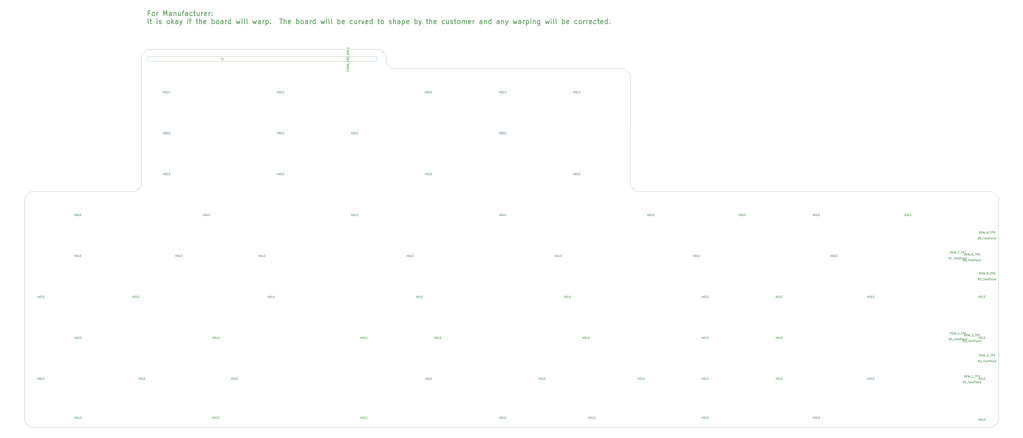
<source format=gbr>
%TF.GenerationSoftware,KiCad,Pcbnew,(5.1.9-0-10_14)*%
%TF.CreationDate,2021-02-25T21:43:52+01:00*%
%TF.ProjectId,mtf122,6d746631-3232-42e6-9b69-6361645f7063,rev?*%
%TF.SameCoordinates,PXe1237f8PYe7db780*%
%TF.FileFunction,Other,Fab,Top*%
%FSLAX46Y46*%
G04 Gerber Fmt 4.6, Leading zero omitted, Abs format (unit mm)*
G04 Created by KiCad (PCBNEW (5.1.9-0-10_14)) date 2021-02-25 21:43:52*
%MOMM*%
%LPD*%
G01*
G04 APERTURE LIST*
%TA.AperFunction,Profile*%
%ADD10C,0.100000*%
%TD*%
%ADD11C,0.300000*%
%ADD12C,0.100000*%
%ADD13C,0.150000*%
G04 APERTURE END LIST*
D10*
X119255000Y126830000D02*
X122255000Y123830000D01*
X-3065000Y129830000D02*
X-65000Y126830000D01*
X-6065000Y136800000D02*
X-3065000Y133800000D01*
X122255000Y123830000D02*
X122240000Y66785000D01*
X-125760000Y136785000D02*
X-6065000Y136800000D01*
X-65000Y126830000D02*
X119255000Y126830000D01*
X-3065000Y133800000D02*
X-3065000Y129830000D01*
D11*
X-124428572Y155356429D02*
X-125275239Y155356429D01*
X-125275239Y154025953D02*
X-125275239Y156565953D01*
X-124065715Y156565953D01*
X-122735239Y154025953D02*
X-122977143Y154146905D01*
X-123098096Y154267858D01*
X-123219048Y154509762D01*
X-123219048Y155235477D01*
X-123098096Y155477381D01*
X-122977143Y155598334D01*
X-122735239Y155719286D01*
X-122372381Y155719286D01*
X-122130477Y155598334D01*
X-122009524Y155477381D01*
X-121888572Y155235477D01*
X-121888572Y154509762D01*
X-122009524Y154267858D01*
X-122130477Y154146905D01*
X-122372381Y154025953D01*
X-122735239Y154025953D01*
X-120800000Y154025953D02*
X-120800000Y155719286D01*
X-120800000Y155235477D02*
X-120679048Y155477381D01*
X-120558096Y155598334D01*
X-120316191Y155719286D01*
X-120074286Y155719286D01*
X-117292381Y154025953D02*
X-117292381Y156565953D01*
X-116445715Y154751667D01*
X-115599048Y156565953D01*
X-115599048Y154025953D01*
X-113300953Y154025953D02*
X-113300953Y155356429D01*
X-113421905Y155598334D01*
X-113663810Y155719286D01*
X-114147620Y155719286D01*
X-114389524Y155598334D01*
X-113300953Y154146905D02*
X-113542858Y154025953D01*
X-114147620Y154025953D01*
X-114389524Y154146905D01*
X-114510477Y154388810D01*
X-114510477Y154630715D01*
X-114389524Y154872620D01*
X-114147620Y154993572D01*
X-113542858Y154993572D01*
X-113300953Y155114524D01*
X-112091429Y155719286D02*
X-112091429Y154025953D01*
X-112091429Y155477381D02*
X-111970477Y155598334D01*
X-111728572Y155719286D01*
X-111365715Y155719286D01*
X-111123810Y155598334D01*
X-111002858Y155356429D01*
X-111002858Y154025953D01*
X-108704762Y155719286D02*
X-108704762Y154025953D01*
X-109793334Y155719286D02*
X-109793334Y154388810D01*
X-109672381Y154146905D01*
X-109430477Y154025953D01*
X-109067620Y154025953D01*
X-108825715Y154146905D01*
X-108704762Y154267858D01*
X-107858096Y155719286D02*
X-106890477Y155719286D01*
X-107495239Y154025953D02*
X-107495239Y156203096D01*
X-107374286Y156445000D01*
X-107132381Y156565953D01*
X-106890477Y156565953D01*
X-104955239Y154025953D02*
X-104955239Y155356429D01*
X-105076191Y155598334D01*
X-105318096Y155719286D01*
X-105801905Y155719286D01*
X-106043810Y155598334D01*
X-104955239Y154146905D02*
X-105197143Y154025953D01*
X-105801905Y154025953D01*
X-106043810Y154146905D01*
X-106164762Y154388810D01*
X-106164762Y154630715D01*
X-106043810Y154872620D01*
X-105801905Y154993572D01*
X-105197143Y154993572D01*
X-104955239Y155114524D01*
X-102657143Y154146905D02*
X-102899048Y154025953D01*
X-103382858Y154025953D01*
X-103624762Y154146905D01*
X-103745715Y154267858D01*
X-103866667Y154509762D01*
X-103866667Y155235477D01*
X-103745715Y155477381D01*
X-103624762Y155598334D01*
X-103382858Y155719286D01*
X-102899048Y155719286D01*
X-102657143Y155598334D01*
X-101931429Y155719286D02*
X-100963810Y155719286D01*
X-101568572Y156565953D02*
X-101568572Y154388810D01*
X-101447620Y154146905D01*
X-101205715Y154025953D01*
X-100963810Y154025953D01*
X-99028572Y155719286D02*
X-99028572Y154025953D01*
X-100117143Y155719286D02*
X-100117143Y154388810D01*
X-99996191Y154146905D01*
X-99754286Y154025953D01*
X-99391429Y154025953D01*
X-99149524Y154146905D01*
X-99028572Y154267858D01*
X-97819048Y154025953D02*
X-97819048Y155719286D01*
X-97819048Y155235477D02*
X-97698096Y155477381D01*
X-97577143Y155598334D01*
X-97335239Y155719286D01*
X-97093334Y155719286D01*
X-95279048Y154146905D02*
X-95520953Y154025953D01*
X-96004762Y154025953D01*
X-96246667Y154146905D01*
X-96367620Y154388810D01*
X-96367620Y155356429D01*
X-96246667Y155598334D01*
X-96004762Y155719286D01*
X-95520953Y155719286D01*
X-95279048Y155598334D01*
X-95158096Y155356429D01*
X-95158096Y155114524D01*
X-96367620Y154872620D01*
X-94069524Y154025953D02*
X-94069524Y155719286D01*
X-94069524Y155235477D02*
X-93948572Y155477381D01*
X-93827620Y155598334D01*
X-93585715Y155719286D01*
X-93343810Y155719286D01*
X-92497143Y154267858D02*
X-92376191Y154146905D01*
X-92497143Y154025953D01*
X-92618096Y154146905D01*
X-92497143Y154267858D01*
X-92497143Y154025953D01*
X-92497143Y155598334D02*
X-92376191Y155477381D01*
X-92497143Y155356429D01*
X-92618096Y155477381D01*
X-92497143Y155598334D01*
X-92497143Y155356429D01*
X-125275239Y149915953D02*
X-125275239Y152455953D01*
X-124428572Y151609286D02*
X-123460953Y151609286D01*
X-124065715Y152455953D02*
X-124065715Y150278810D01*
X-123944762Y150036905D01*
X-123702858Y149915953D01*
X-123460953Y149915953D01*
X-120679048Y149915953D02*
X-120679048Y151609286D01*
X-120679048Y152455953D02*
X-120800000Y152335000D01*
X-120679048Y152214048D01*
X-120558096Y152335000D01*
X-120679048Y152455953D01*
X-120679048Y152214048D01*
X-119590477Y150036905D02*
X-119348572Y149915953D01*
X-118864762Y149915953D01*
X-118622858Y150036905D01*
X-118501905Y150278810D01*
X-118501905Y150399762D01*
X-118622858Y150641667D01*
X-118864762Y150762620D01*
X-119227620Y150762620D01*
X-119469524Y150883572D01*
X-119590477Y151125477D01*
X-119590477Y151246429D01*
X-119469524Y151488334D01*
X-119227620Y151609286D01*
X-118864762Y151609286D01*
X-118622858Y151488334D01*
X-115115239Y149915953D02*
X-115357143Y150036905D01*
X-115478096Y150157858D01*
X-115599048Y150399762D01*
X-115599048Y151125477D01*
X-115478096Y151367381D01*
X-115357143Y151488334D01*
X-115115239Y151609286D01*
X-114752381Y151609286D01*
X-114510477Y151488334D01*
X-114389524Y151367381D01*
X-114268572Y151125477D01*
X-114268572Y150399762D01*
X-114389524Y150157858D01*
X-114510477Y150036905D01*
X-114752381Y149915953D01*
X-115115239Y149915953D01*
X-113180000Y149915953D02*
X-113180000Y152455953D01*
X-112938096Y150883572D02*
X-112212381Y149915953D01*
X-112212381Y151609286D02*
X-113180000Y150641667D01*
X-110035239Y149915953D02*
X-110035239Y151246429D01*
X-110156191Y151488334D01*
X-110398096Y151609286D01*
X-110881905Y151609286D01*
X-111123810Y151488334D01*
X-110035239Y150036905D02*
X-110277143Y149915953D01*
X-110881905Y149915953D01*
X-111123810Y150036905D01*
X-111244762Y150278810D01*
X-111244762Y150520715D01*
X-111123810Y150762620D01*
X-110881905Y150883572D01*
X-110277143Y150883572D01*
X-110035239Y151004524D01*
X-109067620Y151609286D02*
X-108462858Y149915953D01*
X-107858096Y151609286D02*
X-108462858Y149915953D01*
X-108704762Y149311191D01*
X-108825715Y149190239D01*
X-109067620Y149069286D01*
X-104955239Y149915953D02*
X-104955239Y151609286D01*
X-104955239Y152455953D02*
X-105076191Y152335000D01*
X-104955239Y152214048D01*
X-104834286Y152335000D01*
X-104955239Y152455953D01*
X-104955239Y152214048D01*
X-104108572Y151609286D02*
X-103140953Y151609286D01*
X-103745715Y149915953D02*
X-103745715Y152093096D01*
X-103624762Y152335000D01*
X-103382858Y152455953D01*
X-103140953Y152455953D01*
X-100721905Y151609286D02*
X-99754286Y151609286D01*
X-100359048Y152455953D02*
X-100359048Y150278810D01*
X-100238096Y150036905D01*
X-99996191Y149915953D01*
X-99754286Y149915953D01*
X-98907620Y149915953D02*
X-98907620Y152455953D01*
X-97819048Y149915953D02*
X-97819048Y151246429D01*
X-97940000Y151488334D01*
X-98181905Y151609286D01*
X-98544762Y151609286D01*
X-98786667Y151488334D01*
X-98907620Y151367381D01*
X-95641905Y150036905D02*
X-95883810Y149915953D01*
X-96367620Y149915953D01*
X-96609524Y150036905D01*
X-96730477Y150278810D01*
X-96730477Y151246429D01*
X-96609524Y151488334D01*
X-96367620Y151609286D01*
X-95883810Y151609286D01*
X-95641905Y151488334D01*
X-95520953Y151246429D01*
X-95520953Y151004524D01*
X-96730477Y150762620D01*
X-92497143Y149915953D02*
X-92497143Y152455953D01*
X-92497143Y151488334D02*
X-92255239Y151609286D01*
X-91771429Y151609286D01*
X-91529524Y151488334D01*
X-91408572Y151367381D01*
X-91287620Y151125477D01*
X-91287620Y150399762D01*
X-91408572Y150157858D01*
X-91529524Y150036905D01*
X-91771429Y149915953D01*
X-92255239Y149915953D01*
X-92497143Y150036905D01*
X-89836191Y149915953D02*
X-90078096Y150036905D01*
X-90199048Y150157858D01*
X-90320000Y150399762D01*
X-90320000Y151125477D01*
X-90199048Y151367381D01*
X-90078096Y151488334D01*
X-89836191Y151609286D01*
X-89473334Y151609286D01*
X-89231429Y151488334D01*
X-89110477Y151367381D01*
X-88989524Y151125477D01*
X-88989524Y150399762D01*
X-89110477Y150157858D01*
X-89231429Y150036905D01*
X-89473334Y149915953D01*
X-89836191Y149915953D01*
X-86812381Y149915953D02*
X-86812381Y151246429D01*
X-86933334Y151488334D01*
X-87175239Y151609286D01*
X-87659048Y151609286D01*
X-87900953Y151488334D01*
X-86812381Y150036905D02*
X-87054286Y149915953D01*
X-87659048Y149915953D01*
X-87900953Y150036905D01*
X-88021905Y150278810D01*
X-88021905Y150520715D01*
X-87900953Y150762620D01*
X-87659048Y150883572D01*
X-87054286Y150883572D01*
X-86812381Y151004524D01*
X-85602858Y149915953D02*
X-85602858Y151609286D01*
X-85602858Y151125477D02*
X-85481905Y151367381D01*
X-85360953Y151488334D01*
X-85119048Y151609286D01*
X-84877143Y151609286D01*
X-82941905Y149915953D02*
X-82941905Y152455953D01*
X-82941905Y150036905D02*
X-83183810Y149915953D01*
X-83667620Y149915953D01*
X-83909524Y150036905D01*
X-84030477Y150157858D01*
X-84151429Y150399762D01*
X-84151429Y151125477D01*
X-84030477Y151367381D01*
X-83909524Y151488334D01*
X-83667620Y151609286D01*
X-83183810Y151609286D01*
X-82941905Y151488334D01*
X-80039048Y151609286D02*
X-79555239Y149915953D01*
X-79071429Y151125477D01*
X-78587620Y149915953D01*
X-78103810Y151609286D01*
X-77136191Y149915953D02*
X-77136191Y151609286D01*
X-77136191Y152455953D02*
X-77257143Y152335000D01*
X-77136191Y152214048D01*
X-77015239Y152335000D01*
X-77136191Y152455953D01*
X-77136191Y152214048D01*
X-75563810Y149915953D02*
X-75805715Y150036905D01*
X-75926667Y150278810D01*
X-75926667Y152455953D01*
X-74233334Y149915953D02*
X-74475239Y150036905D01*
X-74596191Y150278810D01*
X-74596191Y152455953D01*
X-71572381Y151609286D02*
X-71088572Y149915953D01*
X-70604762Y151125477D01*
X-70120953Y149915953D01*
X-69637143Y151609286D01*
X-67580953Y149915953D02*
X-67580953Y151246429D01*
X-67701905Y151488334D01*
X-67943810Y151609286D01*
X-68427620Y151609286D01*
X-68669524Y151488334D01*
X-67580953Y150036905D02*
X-67822858Y149915953D01*
X-68427620Y149915953D01*
X-68669524Y150036905D01*
X-68790477Y150278810D01*
X-68790477Y150520715D01*
X-68669524Y150762620D01*
X-68427620Y150883572D01*
X-67822858Y150883572D01*
X-67580953Y151004524D01*
X-66371429Y149915953D02*
X-66371429Y151609286D01*
X-66371429Y151125477D02*
X-66250477Y151367381D01*
X-66129524Y151488334D01*
X-65887620Y151609286D01*
X-65645715Y151609286D01*
X-64799048Y151609286D02*
X-64799048Y149069286D01*
X-64799048Y151488334D02*
X-64557143Y151609286D01*
X-64073334Y151609286D01*
X-63831429Y151488334D01*
X-63710477Y151367381D01*
X-63589524Y151125477D01*
X-63589524Y150399762D01*
X-63710477Y150157858D01*
X-63831429Y150036905D01*
X-64073334Y149915953D01*
X-64557143Y149915953D01*
X-64799048Y150036905D01*
X-62500953Y150157858D02*
X-62380000Y150036905D01*
X-62500953Y149915953D01*
X-62621905Y150036905D01*
X-62500953Y150157858D01*
X-62500953Y149915953D01*
X-57783810Y152455953D02*
X-56332381Y152455953D01*
X-57058096Y149915953D02*
X-57058096Y152455953D01*
X-55485715Y149915953D02*
X-55485715Y152455953D01*
X-54397143Y149915953D02*
X-54397143Y151246429D01*
X-54518096Y151488334D01*
X-54760000Y151609286D01*
X-55122858Y151609286D01*
X-55364762Y151488334D01*
X-55485715Y151367381D01*
X-52220000Y150036905D02*
X-52461905Y149915953D01*
X-52945715Y149915953D01*
X-53187620Y150036905D01*
X-53308572Y150278810D01*
X-53308572Y151246429D01*
X-53187620Y151488334D01*
X-52945715Y151609286D01*
X-52461905Y151609286D01*
X-52220000Y151488334D01*
X-52099048Y151246429D01*
X-52099048Y151004524D01*
X-53308572Y150762620D01*
X-49075239Y149915953D02*
X-49075239Y152455953D01*
X-49075239Y151488334D02*
X-48833334Y151609286D01*
X-48349524Y151609286D01*
X-48107620Y151488334D01*
X-47986667Y151367381D01*
X-47865715Y151125477D01*
X-47865715Y150399762D01*
X-47986667Y150157858D01*
X-48107620Y150036905D01*
X-48349524Y149915953D01*
X-48833334Y149915953D01*
X-49075239Y150036905D01*
X-46414286Y149915953D02*
X-46656191Y150036905D01*
X-46777143Y150157858D01*
X-46898096Y150399762D01*
X-46898096Y151125477D01*
X-46777143Y151367381D01*
X-46656191Y151488334D01*
X-46414286Y151609286D01*
X-46051429Y151609286D01*
X-45809524Y151488334D01*
X-45688572Y151367381D01*
X-45567620Y151125477D01*
X-45567620Y150399762D01*
X-45688572Y150157858D01*
X-45809524Y150036905D01*
X-46051429Y149915953D01*
X-46414286Y149915953D01*
X-43390477Y149915953D02*
X-43390477Y151246429D01*
X-43511429Y151488334D01*
X-43753334Y151609286D01*
X-44237143Y151609286D01*
X-44479048Y151488334D01*
X-43390477Y150036905D02*
X-43632381Y149915953D01*
X-44237143Y149915953D01*
X-44479048Y150036905D01*
X-44600000Y150278810D01*
X-44600000Y150520715D01*
X-44479048Y150762620D01*
X-44237143Y150883572D01*
X-43632381Y150883572D01*
X-43390477Y151004524D01*
X-42180953Y149915953D02*
X-42180953Y151609286D01*
X-42180953Y151125477D02*
X-42060000Y151367381D01*
X-41939048Y151488334D01*
X-41697143Y151609286D01*
X-41455239Y151609286D01*
X-39520000Y149915953D02*
X-39520000Y152455953D01*
X-39520000Y150036905D02*
X-39761905Y149915953D01*
X-40245715Y149915953D01*
X-40487620Y150036905D01*
X-40608572Y150157858D01*
X-40729524Y150399762D01*
X-40729524Y151125477D01*
X-40608572Y151367381D01*
X-40487620Y151488334D01*
X-40245715Y151609286D01*
X-39761905Y151609286D01*
X-39520000Y151488334D01*
X-36617143Y151609286D02*
X-36133334Y149915953D01*
X-35649524Y151125477D01*
X-35165715Y149915953D01*
X-34681905Y151609286D01*
X-33714286Y149915953D02*
X-33714286Y151609286D01*
X-33714286Y152455953D02*
X-33835239Y152335000D01*
X-33714286Y152214048D01*
X-33593334Y152335000D01*
X-33714286Y152455953D01*
X-33714286Y152214048D01*
X-32141905Y149915953D02*
X-32383810Y150036905D01*
X-32504762Y150278810D01*
X-32504762Y152455953D01*
X-30811429Y149915953D02*
X-31053334Y150036905D01*
X-31174286Y150278810D01*
X-31174286Y152455953D01*
X-27908572Y149915953D02*
X-27908572Y152455953D01*
X-27908572Y151488334D02*
X-27666667Y151609286D01*
X-27182858Y151609286D01*
X-26940953Y151488334D01*
X-26820000Y151367381D01*
X-26699048Y151125477D01*
X-26699048Y150399762D01*
X-26820000Y150157858D01*
X-26940953Y150036905D01*
X-27182858Y149915953D01*
X-27666667Y149915953D01*
X-27908572Y150036905D01*
X-24642858Y150036905D02*
X-24884762Y149915953D01*
X-25368572Y149915953D01*
X-25610477Y150036905D01*
X-25731429Y150278810D01*
X-25731429Y151246429D01*
X-25610477Y151488334D01*
X-25368572Y151609286D01*
X-24884762Y151609286D01*
X-24642858Y151488334D01*
X-24521905Y151246429D01*
X-24521905Y151004524D01*
X-25731429Y150762620D01*
X-20409524Y150036905D02*
X-20651429Y149915953D01*
X-21135239Y149915953D01*
X-21377143Y150036905D01*
X-21498096Y150157858D01*
X-21619048Y150399762D01*
X-21619048Y151125477D01*
X-21498096Y151367381D01*
X-21377143Y151488334D01*
X-21135239Y151609286D01*
X-20651429Y151609286D01*
X-20409524Y151488334D01*
X-18232381Y151609286D02*
X-18232381Y149915953D01*
X-19320953Y151609286D02*
X-19320953Y150278810D01*
X-19200000Y150036905D01*
X-18958096Y149915953D01*
X-18595239Y149915953D01*
X-18353334Y150036905D01*
X-18232381Y150157858D01*
X-17022858Y149915953D02*
X-17022858Y151609286D01*
X-17022858Y151125477D02*
X-16901905Y151367381D01*
X-16780953Y151488334D01*
X-16539048Y151609286D01*
X-16297143Y151609286D01*
X-15692381Y151609286D02*
X-15087620Y149915953D01*
X-14482858Y151609286D01*
X-12547620Y150036905D02*
X-12789524Y149915953D01*
X-13273334Y149915953D01*
X-13515239Y150036905D01*
X-13636191Y150278810D01*
X-13636191Y151246429D01*
X-13515239Y151488334D01*
X-13273334Y151609286D01*
X-12789524Y151609286D01*
X-12547620Y151488334D01*
X-12426667Y151246429D01*
X-12426667Y151004524D01*
X-13636191Y150762620D01*
X-10249524Y149915953D02*
X-10249524Y152455953D01*
X-10249524Y150036905D02*
X-10491429Y149915953D01*
X-10975239Y149915953D01*
X-11217143Y150036905D01*
X-11338096Y150157858D01*
X-11459048Y150399762D01*
X-11459048Y151125477D01*
X-11338096Y151367381D01*
X-11217143Y151488334D01*
X-10975239Y151609286D01*
X-10491429Y151609286D01*
X-10249524Y151488334D01*
X-7467620Y151609286D02*
X-6500001Y151609286D01*
X-7104762Y152455953D02*
X-7104762Y150278810D01*
X-6983810Y150036905D01*
X-6741905Y149915953D01*
X-6500001Y149915953D01*
X-5290477Y149915953D02*
X-5532381Y150036905D01*
X-5653334Y150157858D01*
X-5774286Y150399762D01*
X-5774286Y151125477D01*
X-5653334Y151367381D01*
X-5532381Y151488334D01*
X-5290477Y151609286D01*
X-4927620Y151609286D01*
X-4685715Y151488334D01*
X-4564762Y151367381D01*
X-4443810Y151125477D01*
X-4443810Y150399762D01*
X-4564762Y150157858D01*
X-4685715Y150036905D01*
X-4927620Y149915953D01*
X-5290477Y149915953D01*
X-1540953Y150036905D02*
X-1299048Y149915953D01*
X-815239Y149915953D01*
X-573334Y150036905D01*
X-452381Y150278810D01*
X-452381Y150399762D01*
X-573334Y150641667D01*
X-815239Y150762620D01*
X-1178096Y150762620D01*
X-1420001Y150883572D01*
X-1540953Y151125477D01*
X-1540953Y151246429D01*
X-1420001Y151488334D01*
X-1178096Y151609286D01*
X-815239Y151609286D01*
X-573334Y151488334D01*
X636190Y149915953D02*
X636190Y152455953D01*
X1724761Y149915953D02*
X1724761Y151246429D01*
X1603809Y151488334D01*
X1361904Y151609286D01*
X999047Y151609286D01*
X757142Y151488334D01*
X636190Y151367381D01*
X4022857Y149915953D02*
X4022857Y151246429D01*
X3901904Y151488334D01*
X3659999Y151609286D01*
X3176190Y151609286D01*
X2934285Y151488334D01*
X4022857Y150036905D02*
X3780952Y149915953D01*
X3176190Y149915953D01*
X2934285Y150036905D01*
X2813333Y150278810D01*
X2813333Y150520715D01*
X2934285Y150762620D01*
X3176190Y150883572D01*
X3780952Y150883572D01*
X4022857Y151004524D01*
X5232380Y151609286D02*
X5232380Y149069286D01*
X5232380Y151488334D02*
X5474285Y151609286D01*
X5958095Y151609286D01*
X6199999Y151488334D01*
X6320952Y151367381D01*
X6441904Y151125477D01*
X6441904Y150399762D01*
X6320952Y150157858D01*
X6199999Y150036905D01*
X5958095Y149915953D01*
X5474285Y149915953D01*
X5232380Y150036905D01*
X8498095Y150036905D02*
X8256190Y149915953D01*
X7772380Y149915953D01*
X7530476Y150036905D01*
X7409523Y150278810D01*
X7409523Y151246429D01*
X7530476Y151488334D01*
X7772380Y151609286D01*
X8256190Y151609286D01*
X8498095Y151488334D01*
X8619047Y151246429D01*
X8619047Y151004524D01*
X7409523Y150762620D01*
X11642857Y149915953D02*
X11642857Y152455953D01*
X11642857Y151488334D02*
X11884761Y151609286D01*
X12368571Y151609286D01*
X12610476Y151488334D01*
X12731428Y151367381D01*
X12852380Y151125477D01*
X12852380Y150399762D01*
X12731428Y150157858D01*
X12610476Y150036905D01*
X12368571Y149915953D01*
X11884761Y149915953D01*
X11642857Y150036905D01*
X13699047Y151609286D02*
X14303809Y149915953D01*
X14908571Y151609286D02*
X14303809Y149915953D01*
X14061904Y149311191D01*
X13940952Y149190239D01*
X13699047Y149069286D01*
X17448571Y151609286D02*
X18416190Y151609286D01*
X17811428Y152455953D02*
X17811428Y150278810D01*
X17932380Y150036905D01*
X18174285Y149915953D01*
X18416190Y149915953D01*
X19262857Y149915953D02*
X19262857Y152455953D01*
X20351428Y149915953D02*
X20351428Y151246429D01*
X20230476Y151488334D01*
X19988571Y151609286D01*
X19625714Y151609286D01*
X19383809Y151488334D01*
X19262857Y151367381D01*
X22528571Y150036905D02*
X22286666Y149915953D01*
X21802857Y149915953D01*
X21560952Y150036905D01*
X21439999Y150278810D01*
X21439999Y151246429D01*
X21560952Y151488334D01*
X21802857Y151609286D01*
X22286666Y151609286D01*
X22528571Y151488334D01*
X22649523Y151246429D01*
X22649523Y151004524D01*
X21439999Y150762620D01*
X26761904Y150036905D02*
X26519999Y149915953D01*
X26036190Y149915953D01*
X25794285Y150036905D01*
X25673333Y150157858D01*
X25552380Y150399762D01*
X25552380Y151125477D01*
X25673333Y151367381D01*
X25794285Y151488334D01*
X26036190Y151609286D01*
X26519999Y151609286D01*
X26761904Y151488334D01*
X28939047Y151609286D02*
X28939047Y149915953D01*
X27850476Y151609286D02*
X27850476Y150278810D01*
X27971428Y150036905D01*
X28213333Y149915953D01*
X28576190Y149915953D01*
X28818095Y150036905D01*
X28939047Y150157858D01*
X30027619Y150036905D02*
X30269523Y149915953D01*
X30753333Y149915953D01*
X30995238Y150036905D01*
X31116190Y150278810D01*
X31116190Y150399762D01*
X30995238Y150641667D01*
X30753333Y150762620D01*
X30390476Y150762620D01*
X30148571Y150883572D01*
X30027619Y151125477D01*
X30027619Y151246429D01*
X30148571Y151488334D01*
X30390476Y151609286D01*
X30753333Y151609286D01*
X30995238Y151488334D01*
X31841904Y151609286D02*
X32809523Y151609286D01*
X32204761Y152455953D02*
X32204761Y150278810D01*
X32325714Y150036905D01*
X32567619Y149915953D01*
X32809523Y149915953D01*
X34019047Y149915953D02*
X33777142Y150036905D01*
X33656190Y150157858D01*
X33535238Y150399762D01*
X33535238Y151125477D01*
X33656190Y151367381D01*
X33777142Y151488334D01*
X34019047Y151609286D01*
X34381904Y151609286D01*
X34623809Y151488334D01*
X34744761Y151367381D01*
X34865714Y151125477D01*
X34865714Y150399762D01*
X34744761Y150157858D01*
X34623809Y150036905D01*
X34381904Y149915953D01*
X34019047Y149915953D01*
X35954285Y149915953D02*
X35954285Y151609286D01*
X35954285Y151367381D02*
X36075238Y151488334D01*
X36317142Y151609286D01*
X36679999Y151609286D01*
X36921904Y151488334D01*
X37042857Y151246429D01*
X37042857Y149915953D01*
X37042857Y151246429D02*
X37163809Y151488334D01*
X37405714Y151609286D01*
X37768571Y151609286D01*
X38010476Y151488334D01*
X38131428Y151246429D01*
X38131428Y149915953D01*
X40308571Y150036905D02*
X40066666Y149915953D01*
X39582857Y149915953D01*
X39340952Y150036905D01*
X39219999Y150278810D01*
X39219999Y151246429D01*
X39340952Y151488334D01*
X39582857Y151609286D01*
X40066666Y151609286D01*
X40308571Y151488334D01*
X40429523Y151246429D01*
X40429523Y151004524D01*
X39219999Y150762620D01*
X41518095Y149915953D02*
X41518095Y151609286D01*
X41518095Y151125477D02*
X41639047Y151367381D01*
X41759999Y151488334D01*
X42001904Y151609286D01*
X42243809Y151609286D01*
X46114285Y149915953D02*
X46114285Y151246429D01*
X45993333Y151488334D01*
X45751428Y151609286D01*
X45267619Y151609286D01*
X45025714Y151488334D01*
X46114285Y150036905D02*
X45872380Y149915953D01*
X45267619Y149915953D01*
X45025714Y150036905D01*
X44904761Y150278810D01*
X44904761Y150520715D01*
X45025714Y150762620D01*
X45267619Y150883572D01*
X45872380Y150883572D01*
X46114285Y151004524D01*
X47323809Y151609286D02*
X47323809Y149915953D01*
X47323809Y151367381D02*
X47444761Y151488334D01*
X47686666Y151609286D01*
X48049523Y151609286D01*
X48291428Y151488334D01*
X48412380Y151246429D01*
X48412380Y149915953D01*
X50710476Y149915953D02*
X50710476Y152455953D01*
X50710476Y150036905D02*
X50468571Y149915953D01*
X49984761Y149915953D01*
X49742857Y150036905D01*
X49621904Y150157858D01*
X49500952Y150399762D01*
X49500952Y151125477D01*
X49621904Y151367381D01*
X49742857Y151488334D01*
X49984761Y151609286D01*
X50468571Y151609286D01*
X50710476Y151488334D01*
X54943809Y149915953D02*
X54943809Y151246429D01*
X54822857Y151488334D01*
X54580952Y151609286D01*
X54097142Y151609286D01*
X53855238Y151488334D01*
X54943809Y150036905D02*
X54701904Y149915953D01*
X54097142Y149915953D01*
X53855238Y150036905D01*
X53734285Y150278810D01*
X53734285Y150520715D01*
X53855238Y150762620D01*
X54097142Y150883572D01*
X54701904Y150883572D01*
X54943809Y151004524D01*
X56153333Y151609286D02*
X56153333Y149915953D01*
X56153333Y151367381D02*
X56274285Y151488334D01*
X56516190Y151609286D01*
X56879047Y151609286D01*
X57120952Y151488334D01*
X57241904Y151246429D01*
X57241904Y149915953D01*
X58209523Y151609286D02*
X58814285Y149915953D01*
X59419047Y151609286D02*
X58814285Y149915953D01*
X58572380Y149311191D01*
X58451428Y149190239D01*
X58209523Y149069286D01*
X62079999Y151609286D02*
X62563809Y149915953D01*
X63047619Y151125477D01*
X63531428Y149915953D01*
X64015238Y151609286D01*
X66071428Y149915953D02*
X66071428Y151246429D01*
X65950476Y151488334D01*
X65708571Y151609286D01*
X65224761Y151609286D01*
X64982857Y151488334D01*
X66071428Y150036905D02*
X65829523Y149915953D01*
X65224761Y149915953D01*
X64982857Y150036905D01*
X64861904Y150278810D01*
X64861904Y150520715D01*
X64982857Y150762620D01*
X65224761Y150883572D01*
X65829523Y150883572D01*
X66071428Y151004524D01*
X67280952Y149915953D02*
X67280952Y151609286D01*
X67280952Y151125477D02*
X67401904Y151367381D01*
X67522857Y151488334D01*
X67764761Y151609286D01*
X68006666Y151609286D01*
X68853333Y151609286D02*
X68853333Y149069286D01*
X68853333Y151488334D02*
X69095238Y151609286D01*
X69579047Y151609286D01*
X69820952Y151488334D01*
X69941904Y151367381D01*
X70062857Y151125477D01*
X70062857Y150399762D01*
X69941904Y150157858D01*
X69820952Y150036905D01*
X69579047Y149915953D01*
X69095238Y149915953D01*
X68853333Y150036905D01*
X71151428Y149915953D02*
X71151428Y151609286D01*
X71151428Y152455953D02*
X71030476Y152335000D01*
X71151428Y152214048D01*
X71272380Y152335000D01*
X71151428Y152455953D01*
X71151428Y152214048D01*
X72360952Y151609286D02*
X72360952Y149915953D01*
X72360952Y151367381D02*
X72481904Y151488334D01*
X72723809Y151609286D01*
X73086666Y151609286D01*
X73328571Y151488334D01*
X73449523Y151246429D01*
X73449523Y149915953D01*
X75747619Y151609286D02*
X75747619Y149553096D01*
X75626666Y149311191D01*
X75505714Y149190239D01*
X75263809Y149069286D01*
X74900952Y149069286D01*
X74659047Y149190239D01*
X75747619Y150036905D02*
X75505714Y149915953D01*
X75021904Y149915953D01*
X74779999Y150036905D01*
X74659047Y150157858D01*
X74538095Y150399762D01*
X74538095Y151125477D01*
X74659047Y151367381D01*
X74779999Y151488334D01*
X75021904Y151609286D01*
X75505714Y151609286D01*
X75747619Y151488334D01*
X78650476Y151609286D02*
X79134285Y149915953D01*
X79618095Y151125477D01*
X80101904Y149915953D01*
X80585714Y151609286D01*
X81553333Y149915953D02*
X81553333Y151609286D01*
X81553333Y152455953D02*
X81432380Y152335000D01*
X81553333Y152214048D01*
X81674285Y152335000D01*
X81553333Y152455953D01*
X81553333Y152214048D01*
X83125714Y149915953D02*
X82883809Y150036905D01*
X82762857Y150278810D01*
X82762857Y152455953D01*
X84456190Y149915953D02*
X84214285Y150036905D01*
X84093333Y150278810D01*
X84093333Y152455953D01*
X87359047Y149915953D02*
X87359047Y152455953D01*
X87359047Y151488334D02*
X87600952Y151609286D01*
X88084761Y151609286D01*
X88326666Y151488334D01*
X88447619Y151367381D01*
X88568571Y151125477D01*
X88568571Y150399762D01*
X88447619Y150157858D01*
X88326666Y150036905D01*
X88084761Y149915953D01*
X87600952Y149915953D01*
X87359047Y150036905D01*
X90624761Y150036905D02*
X90382857Y149915953D01*
X89899047Y149915953D01*
X89657142Y150036905D01*
X89536190Y150278810D01*
X89536190Y151246429D01*
X89657142Y151488334D01*
X89899047Y151609286D01*
X90382857Y151609286D01*
X90624761Y151488334D01*
X90745714Y151246429D01*
X90745714Y151004524D01*
X89536190Y150762620D01*
X94858095Y150036905D02*
X94616190Y149915953D01*
X94132380Y149915953D01*
X93890476Y150036905D01*
X93769523Y150157858D01*
X93648571Y150399762D01*
X93648571Y151125477D01*
X93769523Y151367381D01*
X93890476Y151488334D01*
X94132380Y151609286D01*
X94616190Y151609286D01*
X94858095Y151488334D01*
X96309523Y149915953D02*
X96067619Y150036905D01*
X95946666Y150157858D01*
X95825714Y150399762D01*
X95825714Y151125477D01*
X95946666Y151367381D01*
X96067619Y151488334D01*
X96309523Y151609286D01*
X96672380Y151609286D01*
X96914285Y151488334D01*
X97035238Y151367381D01*
X97156190Y151125477D01*
X97156190Y150399762D01*
X97035238Y150157858D01*
X96914285Y150036905D01*
X96672380Y149915953D01*
X96309523Y149915953D01*
X98244761Y149915953D02*
X98244761Y151609286D01*
X98244761Y151125477D02*
X98365714Y151367381D01*
X98486666Y151488334D01*
X98728571Y151609286D01*
X98970476Y151609286D01*
X99817142Y149915953D02*
X99817142Y151609286D01*
X99817142Y151125477D02*
X99938095Y151367381D01*
X100059047Y151488334D01*
X100300952Y151609286D01*
X100542857Y151609286D01*
X102357142Y150036905D02*
X102115238Y149915953D01*
X101631428Y149915953D01*
X101389523Y150036905D01*
X101268571Y150278810D01*
X101268571Y151246429D01*
X101389523Y151488334D01*
X101631428Y151609286D01*
X102115238Y151609286D01*
X102357142Y151488334D01*
X102478095Y151246429D01*
X102478095Y151004524D01*
X101268571Y150762620D01*
X104655238Y150036905D02*
X104413333Y149915953D01*
X103929523Y149915953D01*
X103687619Y150036905D01*
X103566666Y150157858D01*
X103445714Y150399762D01*
X103445714Y151125477D01*
X103566666Y151367381D01*
X103687619Y151488334D01*
X103929523Y151609286D01*
X104413333Y151609286D01*
X104655238Y151488334D01*
X105380952Y151609286D02*
X106348571Y151609286D01*
X105743809Y152455953D02*
X105743809Y150278810D01*
X105864761Y150036905D01*
X106106666Y149915953D01*
X106348571Y149915953D01*
X108162857Y150036905D02*
X107920952Y149915953D01*
X107437142Y149915953D01*
X107195238Y150036905D01*
X107074285Y150278810D01*
X107074285Y151246429D01*
X107195238Y151488334D01*
X107437142Y151609286D01*
X107920952Y151609286D01*
X108162857Y151488334D01*
X108283809Y151246429D01*
X108283809Y151004524D01*
X107074285Y150762620D01*
X110460952Y149915953D02*
X110460952Y152455953D01*
X110460952Y150036905D02*
X110219047Y149915953D01*
X109735238Y149915953D01*
X109493333Y150036905D01*
X109372380Y150157858D01*
X109251428Y150399762D01*
X109251428Y151125477D01*
X109372380Y151367381D01*
X109493333Y151488334D01*
X109735238Y151609286D01*
X110219047Y151609286D01*
X110460952Y151488334D01*
X111670476Y150157858D02*
X111791428Y150036905D01*
X111670476Y149915953D01*
X111549523Y150036905D01*
X111670476Y150157858D01*
X111670476Y149915953D01*
D10*
X-131760000Y63785000D02*
X-128760000Y66785000D01*
X125240000Y63785000D02*
X122240000Y66785000D01*
X-128760000Y133785000D02*
X-125760000Y136785000D01*
X-128760000Y133785000D02*
X-128760000Y66785000D01*
X311240000Y60785000D02*
X308240000Y63785000D01*
X-188760000Y60785000D02*
X-185760000Y63785000D01*
X308240000Y-57215000D02*
X311240000Y-54215000D01*
X-185760000Y-57215000D02*
X-188760000Y-54215000D01*
X125240000Y63785000D02*
X308240000Y63785000D01*
X-188760000Y60785000D02*
X-188760000Y-54215000D01*
X-185760000Y-57215000D02*
X308240000Y-57215000D01*
X-185760000Y63785000D02*
X-131760000Y63785000D01*
X311240000Y60785000D02*
X311240000Y-54215000D01*
D12*
%TO.C,J1*%
X-124710000Y130515000D02*
X-125345000Y131150000D01*
X-7965000Y130515000D02*
X-124710000Y130515000D01*
X-7965000Y133055000D02*
X-7965000Y130515000D01*
X-125345000Y133055000D02*
X-7965000Y133055000D01*
X-125345000Y131150000D02*
X-125345000Y133055000D01*
%TD*%
%TO.C,ROW_8_TP8*%
D13*
X301348809Y39357620D02*
X301015476Y39833810D01*
X300777380Y39357620D02*
X300777380Y40357620D01*
X301158333Y40357620D01*
X301253571Y40310000D01*
X301301190Y40262381D01*
X301348809Y40167143D01*
X301348809Y40024286D01*
X301301190Y39929048D01*
X301253571Y39881429D01*
X301158333Y39833810D01*
X300777380Y39833810D01*
X301920238Y39929048D02*
X301825000Y39976667D01*
X301777380Y40024286D01*
X301729761Y40119524D01*
X301729761Y40167143D01*
X301777380Y40262381D01*
X301825000Y40310000D01*
X301920238Y40357620D01*
X302110714Y40357620D01*
X302205952Y40310000D01*
X302253571Y40262381D01*
X302301190Y40167143D01*
X302301190Y40119524D01*
X302253571Y40024286D01*
X302205952Y39976667D01*
X302110714Y39929048D01*
X301920238Y39929048D01*
X301825000Y39881429D01*
X301777380Y39833810D01*
X301729761Y39738572D01*
X301729761Y39548096D01*
X301777380Y39452858D01*
X301825000Y39405239D01*
X301920238Y39357620D01*
X302110714Y39357620D01*
X302205952Y39405239D01*
X302253571Y39452858D01*
X302301190Y39548096D01*
X302301190Y39738572D01*
X302253571Y39833810D01*
X302205952Y39881429D01*
X302110714Y39929048D01*
X302491666Y39262381D02*
X303253571Y39262381D01*
X303348809Y40357620D02*
X303920238Y40357620D01*
X303634523Y39357620D02*
X303634523Y40357620D01*
X304634523Y39405239D02*
X304539285Y39357620D01*
X304348809Y39357620D01*
X304253571Y39405239D01*
X304205952Y39500477D01*
X304205952Y39881429D01*
X304253571Y39976667D01*
X304348809Y40024286D01*
X304539285Y40024286D01*
X304634523Y39976667D01*
X304682142Y39881429D01*
X304682142Y39786191D01*
X304205952Y39690953D01*
X305063095Y39405239D02*
X305158333Y39357620D01*
X305348809Y39357620D01*
X305444047Y39405239D01*
X305491666Y39500477D01*
X305491666Y39548096D01*
X305444047Y39643334D01*
X305348809Y39690953D01*
X305205952Y39690953D01*
X305110714Y39738572D01*
X305063095Y39833810D01*
X305063095Y39881429D01*
X305110714Y39976667D01*
X305205952Y40024286D01*
X305348809Y40024286D01*
X305444047Y39976667D01*
X305777380Y40024286D02*
X306158333Y40024286D01*
X305920238Y40357620D02*
X305920238Y39500477D01*
X305967857Y39405239D01*
X306063095Y39357620D01*
X306158333Y39357620D01*
X306491666Y39357620D02*
X306491666Y40357620D01*
X306872619Y40357620D01*
X306967857Y40310000D01*
X307015476Y40262381D01*
X307063095Y40167143D01*
X307063095Y40024286D01*
X307015476Y39929048D01*
X306967857Y39881429D01*
X306872619Y39833810D01*
X306491666Y39833810D01*
X307634523Y39357620D02*
X307539285Y39405239D01*
X307491666Y39452858D01*
X307444047Y39548096D01*
X307444047Y39833810D01*
X307491666Y39929048D01*
X307539285Y39976667D01*
X307634523Y40024286D01*
X307777380Y40024286D01*
X307872619Y39976667D01*
X307920238Y39929048D01*
X307967857Y39833810D01*
X307967857Y39548096D01*
X307920238Y39452858D01*
X307872619Y39405239D01*
X307777380Y39357620D01*
X307634523Y39357620D01*
X308396428Y39357620D02*
X308396428Y40024286D01*
X308396428Y40357620D02*
X308348809Y40310000D01*
X308396428Y40262381D01*
X308444047Y40310000D01*
X308396428Y40357620D01*
X308396428Y40262381D01*
X308872619Y40024286D02*
X308872619Y39357620D01*
X308872619Y39929048D02*
X308920238Y39976667D01*
X309015476Y40024286D01*
X309158333Y40024286D01*
X309253571Y39976667D01*
X309301190Y39881429D01*
X309301190Y39357620D01*
X309634523Y40024286D02*
X310015476Y40024286D01*
X309777380Y40357620D02*
X309777380Y39500477D01*
X309825000Y39405239D01*
X309920238Y39357620D01*
X310015476Y39357620D01*
X301944047Y42357620D02*
X301610714Y42833810D01*
X301372619Y42357620D02*
X301372619Y43357620D01*
X301753571Y43357620D01*
X301848809Y43310000D01*
X301896428Y43262381D01*
X301944047Y43167143D01*
X301944047Y43024286D01*
X301896428Y42929048D01*
X301848809Y42881429D01*
X301753571Y42833810D01*
X301372619Y42833810D01*
X302563095Y43357620D02*
X302753571Y43357620D01*
X302848809Y43310000D01*
X302944047Y43214762D01*
X302991666Y43024286D01*
X302991666Y42690953D01*
X302944047Y42500477D01*
X302848809Y42405239D01*
X302753571Y42357620D01*
X302563095Y42357620D01*
X302467857Y42405239D01*
X302372619Y42500477D01*
X302325000Y42690953D01*
X302325000Y43024286D01*
X302372619Y43214762D01*
X302467857Y43310000D01*
X302563095Y43357620D01*
X303325000Y43357620D02*
X303563095Y42357620D01*
X303753571Y43071905D01*
X303944047Y42357620D01*
X304182142Y43357620D01*
X304325000Y42262381D02*
X305086904Y42262381D01*
X305467857Y42929048D02*
X305372619Y42976667D01*
X305325000Y43024286D01*
X305277380Y43119524D01*
X305277380Y43167143D01*
X305325000Y43262381D01*
X305372619Y43310000D01*
X305467857Y43357620D01*
X305658333Y43357620D01*
X305753571Y43310000D01*
X305801190Y43262381D01*
X305848809Y43167143D01*
X305848809Y43119524D01*
X305801190Y43024286D01*
X305753571Y42976667D01*
X305658333Y42929048D01*
X305467857Y42929048D01*
X305372619Y42881429D01*
X305325000Y42833810D01*
X305277380Y42738572D01*
X305277380Y42548096D01*
X305325000Y42452858D01*
X305372619Y42405239D01*
X305467857Y42357620D01*
X305658333Y42357620D01*
X305753571Y42405239D01*
X305801190Y42452858D01*
X305848809Y42548096D01*
X305848809Y42738572D01*
X305801190Y42833810D01*
X305753571Y42881429D01*
X305658333Y42929048D01*
X306039285Y42262381D02*
X306801190Y42262381D01*
X306896428Y43357620D02*
X307467857Y43357620D01*
X307182142Y42357620D02*
X307182142Y43357620D01*
X307801190Y42357620D02*
X307801190Y43357620D01*
X308182142Y43357620D01*
X308277380Y43310000D01*
X308325000Y43262381D01*
X308372619Y43167143D01*
X308372619Y43024286D01*
X308325000Y42929048D01*
X308277380Y42881429D01*
X308182142Y42833810D01*
X307801190Y42833810D01*
X308944047Y42929048D02*
X308848809Y42976667D01*
X308801190Y43024286D01*
X308753571Y43119524D01*
X308753571Y43167143D01*
X308801190Y43262381D01*
X308848809Y43310000D01*
X308944047Y43357620D01*
X309134523Y43357620D01*
X309229761Y43310000D01*
X309277380Y43262381D01*
X309325000Y43167143D01*
X309325000Y43119524D01*
X309277380Y43024286D01*
X309229761Y42976667D01*
X309134523Y42929048D01*
X308944047Y42929048D01*
X308848809Y42881429D01*
X308801190Y42833810D01*
X308753571Y42738572D01*
X308753571Y42548096D01*
X308801190Y42452858D01*
X308848809Y42405239D01*
X308944047Y42357620D01*
X309134523Y42357620D01*
X309229761Y42405239D01*
X309277380Y42452858D01*
X309325000Y42548096D01*
X309325000Y42738572D01*
X309277380Y42833810D01*
X309229761Y42881429D01*
X309134523Y42929048D01*
%TO.C,ROW_7_TP7*%
X286418809Y29107620D02*
X286085476Y29583810D01*
X285847380Y29107620D02*
X285847380Y30107620D01*
X286228333Y30107620D01*
X286323571Y30060000D01*
X286371190Y30012381D01*
X286418809Y29917143D01*
X286418809Y29774286D01*
X286371190Y29679048D01*
X286323571Y29631429D01*
X286228333Y29583810D01*
X285847380Y29583810D01*
X286752142Y30107620D02*
X287418809Y30107620D01*
X286990238Y29107620D01*
X287561666Y29012381D02*
X288323571Y29012381D01*
X288418809Y30107620D02*
X288990238Y30107620D01*
X288704523Y29107620D02*
X288704523Y30107620D01*
X289704523Y29155239D02*
X289609285Y29107620D01*
X289418809Y29107620D01*
X289323571Y29155239D01*
X289275952Y29250477D01*
X289275952Y29631429D01*
X289323571Y29726667D01*
X289418809Y29774286D01*
X289609285Y29774286D01*
X289704523Y29726667D01*
X289752142Y29631429D01*
X289752142Y29536191D01*
X289275952Y29440953D01*
X290133095Y29155239D02*
X290228333Y29107620D01*
X290418809Y29107620D01*
X290514047Y29155239D01*
X290561666Y29250477D01*
X290561666Y29298096D01*
X290514047Y29393334D01*
X290418809Y29440953D01*
X290275952Y29440953D01*
X290180714Y29488572D01*
X290133095Y29583810D01*
X290133095Y29631429D01*
X290180714Y29726667D01*
X290275952Y29774286D01*
X290418809Y29774286D01*
X290514047Y29726667D01*
X290847380Y29774286D02*
X291228333Y29774286D01*
X290990238Y30107620D02*
X290990238Y29250477D01*
X291037857Y29155239D01*
X291133095Y29107620D01*
X291228333Y29107620D01*
X291561666Y29107620D02*
X291561666Y30107620D01*
X291942619Y30107620D01*
X292037857Y30060000D01*
X292085476Y30012381D01*
X292133095Y29917143D01*
X292133095Y29774286D01*
X292085476Y29679048D01*
X292037857Y29631429D01*
X291942619Y29583810D01*
X291561666Y29583810D01*
X292704523Y29107620D02*
X292609285Y29155239D01*
X292561666Y29202858D01*
X292514047Y29298096D01*
X292514047Y29583810D01*
X292561666Y29679048D01*
X292609285Y29726667D01*
X292704523Y29774286D01*
X292847380Y29774286D01*
X292942619Y29726667D01*
X292990238Y29679048D01*
X293037857Y29583810D01*
X293037857Y29298096D01*
X292990238Y29202858D01*
X292942619Y29155239D01*
X292847380Y29107620D01*
X292704523Y29107620D01*
X293466428Y29107620D02*
X293466428Y29774286D01*
X293466428Y30107620D02*
X293418809Y30060000D01*
X293466428Y30012381D01*
X293514047Y30060000D01*
X293466428Y30107620D01*
X293466428Y30012381D01*
X293942619Y29774286D02*
X293942619Y29107620D01*
X293942619Y29679048D02*
X293990238Y29726667D01*
X294085476Y29774286D01*
X294228333Y29774286D01*
X294323571Y29726667D01*
X294371190Y29631429D01*
X294371190Y29107620D01*
X294704523Y29774286D02*
X295085476Y29774286D01*
X294847380Y30107620D02*
X294847380Y29250477D01*
X294895000Y29155239D01*
X294990238Y29107620D01*
X295085476Y29107620D01*
X287014047Y32107620D02*
X286680714Y32583810D01*
X286442619Y32107620D02*
X286442619Y33107620D01*
X286823571Y33107620D01*
X286918809Y33060000D01*
X286966428Y33012381D01*
X287014047Y32917143D01*
X287014047Y32774286D01*
X286966428Y32679048D01*
X286918809Y32631429D01*
X286823571Y32583810D01*
X286442619Y32583810D01*
X287633095Y33107620D02*
X287823571Y33107620D01*
X287918809Y33060000D01*
X288014047Y32964762D01*
X288061666Y32774286D01*
X288061666Y32440953D01*
X288014047Y32250477D01*
X287918809Y32155239D01*
X287823571Y32107620D01*
X287633095Y32107620D01*
X287537857Y32155239D01*
X287442619Y32250477D01*
X287395000Y32440953D01*
X287395000Y32774286D01*
X287442619Y32964762D01*
X287537857Y33060000D01*
X287633095Y33107620D01*
X288395000Y33107620D02*
X288633095Y32107620D01*
X288823571Y32821905D01*
X289014047Y32107620D01*
X289252142Y33107620D01*
X289395000Y32012381D02*
X290156904Y32012381D01*
X290299761Y33107620D02*
X290966428Y33107620D01*
X290537857Y32107620D01*
X291109285Y32012381D02*
X291871190Y32012381D01*
X291966428Y33107620D02*
X292537857Y33107620D01*
X292252142Y32107620D02*
X292252142Y33107620D01*
X292871190Y32107620D02*
X292871190Y33107620D01*
X293252142Y33107620D01*
X293347380Y33060000D01*
X293395000Y33012381D01*
X293442619Y32917143D01*
X293442619Y32774286D01*
X293395000Y32679048D01*
X293347380Y32631429D01*
X293252142Y32583810D01*
X292871190Y32583810D01*
X293775952Y33107620D02*
X294442619Y33107620D01*
X294014047Y32107620D01*
%TO.C,ROW_6_TP6*%
X293618809Y28127620D02*
X293285476Y28603810D01*
X293047380Y28127620D02*
X293047380Y29127620D01*
X293428333Y29127620D01*
X293523571Y29080000D01*
X293571190Y29032381D01*
X293618809Y28937143D01*
X293618809Y28794286D01*
X293571190Y28699048D01*
X293523571Y28651429D01*
X293428333Y28603810D01*
X293047380Y28603810D01*
X294475952Y29127620D02*
X294285476Y29127620D01*
X294190238Y29080000D01*
X294142619Y29032381D01*
X294047380Y28889524D01*
X293999761Y28699048D01*
X293999761Y28318096D01*
X294047380Y28222858D01*
X294095000Y28175239D01*
X294190238Y28127620D01*
X294380714Y28127620D01*
X294475952Y28175239D01*
X294523571Y28222858D01*
X294571190Y28318096D01*
X294571190Y28556191D01*
X294523571Y28651429D01*
X294475952Y28699048D01*
X294380714Y28746667D01*
X294190238Y28746667D01*
X294095000Y28699048D01*
X294047380Y28651429D01*
X293999761Y28556191D01*
X294761666Y28032381D02*
X295523571Y28032381D01*
X295618809Y29127620D02*
X296190238Y29127620D01*
X295904523Y28127620D02*
X295904523Y29127620D01*
X296904523Y28175239D02*
X296809285Y28127620D01*
X296618809Y28127620D01*
X296523571Y28175239D01*
X296475952Y28270477D01*
X296475952Y28651429D01*
X296523571Y28746667D01*
X296618809Y28794286D01*
X296809285Y28794286D01*
X296904523Y28746667D01*
X296952142Y28651429D01*
X296952142Y28556191D01*
X296475952Y28460953D01*
X297333095Y28175239D02*
X297428333Y28127620D01*
X297618809Y28127620D01*
X297714047Y28175239D01*
X297761666Y28270477D01*
X297761666Y28318096D01*
X297714047Y28413334D01*
X297618809Y28460953D01*
X297475952Y28460953D01*
X297380714Y28508572D01*
X297333095Y28603810D01*
X297333095Y28651429D01*
X297380714Y28746667D01*
X297475952Y28794286D01*
X297618809Y28794286D01*
X297714047Y28746667D01*
X298047380Y28794286D02*
X298428333Y28794286D01*
X298190238Y29127620D02*
X298190238Y28270477D01*
X298237857Y28175239D01*
X298333095Y28127620D01*
X298428333Y28127620D01*
X298761666Y28127620D02*
X298761666Y29127620D01*
X299142619Y29127620D01*
X299237857Y29080000D01*
X299285476Y29032381D01*
X299333095Y28937143D01*
X299333095Y28794286D01*
X299285476Y28699048D01*
X299237857Y28651429D01*
X299142619Y28603810D01*
X298761666Y28603810D01*
X299904523Y28127620D02*
X299809285Y28175239D01*
X299761666Y28222858D01*
X299714047Y28318096D01*
X299714047Y28603810D01*
X299761666Y28699048D01*
X299809285Y28746667D01*
X299904523Y28794286D01*
X300047380Y28794286D01*
X300142619Y28746667D01*
X300190238Y28699048D01*
X300237857Y28603810D01*
X300237857Y28318096D01*
X300190238Y28222858D01*
X300142619Y28175239D01*
X300047380Y28127620D01*
X299904523Y28127620D01*
X300666428Y28127620D02*
X300666428Y28794286D01*
X300666428Y29127620D02*
X300618809Y29080000D01*
X300666428Y29032381D01*
X300714047Y29080000D01*
X300666428Y29127620D01*
X300666428Y29032381D01*
X301142619Y28794286D02*
X301142619Y28127620D01*
X301142619Y28699048D02*
X301190238Y28746667D01*
X301285476Y28794286D01*
X301428333Y28794286D01*
X301523571Y28746667D01*
X301571190Y28651429D01*
X301571190Y28127620D01*
X301904523Y28794286D02*
X302285476Y28794286D01*
X302047380Y29127620D02*
X302047380Y28270477D01*
X302095000Y28175239D01*
X302190238Y28127620D01*
X302285476Y28127620D01*
X294214047Y31127620D02*
X293880714Y31603810D01*
X293642619Y31127620D02*
X293642619Y32127620D01*
X294023571Y32127620D01*
X294118809Y32080000D01*
X294166428Y32032381D01*
X294214047Y31937143D01*
X294214047Y31794286D01*
X294166428Y31699048D01*
X294118809Y31651429D01*
X294023571Y31603810D01*
X293642619Y31603810D01*
X294833095Y32127620D02*
X295023571Y32127620D01*
X295118809Y32080000D01*
X295214047Y31984762D01*
X295261666Y31794286D01*
X295261666Y31460953D01*
X295214047Y31270477D01*
X295118809Y31175239D01*
X295023571Y31127620D01*
X294833095Y31127620D01*
X294737857Y31175239D01*
X294642619Y31270477D01*
X294595000Y31460953D01*
X294595000Y31794286D01*
X294642619Y31984762D01*
X294737857Y32080000D01*
X294833095Y32127620D01*
X295595000Y32127620D02*
X295833095Y31127620D01*
X296023571Y31841905D01*
X296214047Y31127620D01*
X296452142Y32127620D01*
X296595000Y31032381D02*
X297356904Y31032381D01*
X298023571Y32127620D02*
X297833095Y32127620D01*
X297737857Y32080000D01*
X297690238Y32032381D01*
X297595000Y31889524D01*
X297547380Y31699048D01*
X297547380Y31318096D01*
X297595000Y31222858D01*
X297642619Y31175239D01*
X297737857Y31127620D01*
X297928333Y31127620D01*
X298023571Y31175239D01*
X298071190Y31222858D01*
X298118809Y31318096D01*
X298118809Y31556191D01*
X298071190Y31651429D01*
X298023571Y31699048D01*
X297928333Y31746667D01*
X297737857Y31746667D01*
X297642619Y31699048D01*
X297595000Y31651429D01*
X297547380Y31556191D01*
X298309285Y31032381D02*
X299071190Y31032381D01*
X299166428Y32127620D02*
X299737857Y32127620D01*
X299452142Y31127620D02*
X299452142Y32127620D01*
X300071190Y31127620D02*
X300071190Y32127620D01*
X300452142Y32127620D01*
X300547380Y32080000D01*
X300595000Y32032381D01*
X300642619Y31937143D01*
X300642619Y31794286D01*
X300595000Y31699048D01*
X300547380Y31651429D01*
X300452142Y31603810D01*
X300071190Y31603810D01*
X301499761Y32127620D02*
X301309285Y32127620D01*
X301214047Y32080000D01*
X301166428Y32032381D01*
X301071190Y31889524D01*
X301023571Y31699048D01*
X301023571Y31318096D01*
X301071190Y31222858D01*
X301118809Y31175239D01*
X301214047Y31127620D01*
X301404523Y31127620D01*
X301499761Y31175239D01*
X301547380Y31222858D01*
X301595000Y31318096D01*
X301595000Y31556191D01*
X301547380Y31651429D01*
X301499761Y31699048D01*
X301404523Y31746667D01*
X301214047Y31746667D01*
X301118809Y31699048D01*
X301071190Y31651429D01*
X301023571Y31556191D01*
%TO.C,ROW_5_TP5*%
X301388809Y18357620D02*
X301055476Y18833810D01*
X300817380Y18357620D02*
X300817380Y19357620D01*
X301198333Y19357620D01*
X301293571Y19310000D01*
X301341190Y19262381D01*
X301388809Y19167143D01*
X301388809Y19024286D01*
X301341190Y18929048D01*
X301293571Y18881429D01*
X301198333Y18833810D01*
X300817380Y18833810D01*
X302293571Y19357620D02*
X301817380Y19357620D01*
X301769761Y18881429D01*
X301817380Y18929048D01*
X301912619Y18976667D01*
X302150714Y18976667D01*
X302245952Y18929048D01*
X302293571Y18881429D01*
X302341190Y18786191D01*
X302341190Y18548096D01*
X302293571Y18452858D01*
X302245952Y18405239D01*
X302150714Y18357620D01*
X301912619Y18357620D01*
X301817380Y18405239D01*
X301769761Y18452858D01*
X302531666Y18262381D02*
X303293571Y18262381D01*
X303388809Y19357620D02*
X303960238Y19357620D01*
X303674523Y18357620D02*
X303674523Y19357620D01*
X304674523Y18405239D02*
X304579285Y18357620D01*
X304388809Y18357620D01*
X304293571Y18405239D01*
X304245952Y18500477D01*
X304245952Y18881429D01*
X304293571Y18976667D01*
X304388809Y19024286D01*
X304579285Y19024286D01*
X304674523Y18976667D01*
X304722142Y18881429D01*
X304722142Y18786191D01*
X304245952Y18690953D01*
X305103095Y18405239D02*
X305198333Y18357620D01*
X305388809Y18357620D01*
X305484047Y18405239D01*
X305531666Y18500477D01*
X305531666Y18548096D01*
X305484047Y18643334D01*
X305388809Y18690953D01*
X305245952Y18690953D01*
X305150714Y18738572D01*
X305103095Y18833810D01*
X305103095Y18881429D01*
X305150714Y18976667D01*
X305245952Y19024286D01*
X305388809Y19024286D01*
X305484047Y18976667D01*
X305817380Y19024286D02*
X306198333Y19024286D01*
X305960238Y19357620D02*
X305960238Y18500477D01*
X306007857Y18405239D01*
X306103095Y18357620D01*
X306198333Y18357620D01*
X306531666Y18357620D02*
X306531666Y19357620D01*
X306912619Y19357620D01*
X307007857Y19310000D01*
X307055476Y19262381D01*
X307103095Y19167143D01*
X307103095Y19024286D01*
X307055476Y18929048D01*
X307007857Y18881429D01*
X306912619Y18833810D01*
X306531666Y18833810D01*
X307674523Y18357620D02*
X307579285Y18405239D01*
X307531666Y18452858D01*
X307484047Y18548096D01*
X307484047Y18833810D01*
X307531666Y18929048D01*
X307579285Y18976667D01*
X307674523Y19024286D01*
X307817380Y19024286D01*
X307912619Y18976667D01*
X307960238Y18929048D01*
X308007857Y18833810D01*
X308007857Y18548096D01*
X307960238Y18452858D01*
X307912619Y18405239D01*
X307817380Y18357620D01*
X307674523Y18357620D01*
X308436428Y18357620D02*
X308436428Y19024286D01*
X308436428Y19357620D02*
X308388809Y19310000D01*
X308436428Y19262381D01*
X308484047Y19310000D01*
X308436428Y19357620D01*
X308436428Y19262381D01*
X308912619Y19024286D02*
X308912619Y18357620D01*
X308912619Y18929048D02*
X308960238Y18976667D01*
X309055476Y19024286D01*
X309198333Y19024286D01*
X309293571Y18976667D01*
X309341190Y18881429D01*
X309341190Y18357620D01*
X309674523Y19024286D02*
X310055476Y19024286D01*
X309817380Y19357620D02*
X309817380Y18500477D01*
X309865000Y18405239D01*
X309960238Y18357620D01*
X310055476Y18357620D01*
X301984047Y21357620D02*
X301650714Y21833810D01*
X301412619Y21357620D02*
X301412619Y22357620D01*
X301793571Y22357620D01*
X301888809Y22310000D01*
X301936428Y22262381D01*
X301984047Y22167143D01*
X301984047Y22024286D01*
X301936428Y21929048D01*
X301888809Y21881429D01*
X301793571Y21833810D01*
X301412619Y21833810D01*
X302603095Y22357620D02*
X302793571Y22357620D01*
X302888809Y22310000D01*
X302984047Y22214762D01*
X303031666Y22024286D01*
X303031666Y21690953D01*
X302984047Y21500477D01*
X302888809Y21405239D01*
X302793571Y21357620D01*
X302603095Y21357620D01*
X302507857Y21405239D01*
X302412619Y21500477D01*
X302365000Y21690953D01*
X302365000Y22024286D01*
X302412619Y22214762D01*
X302507857Y22310000D01*
X302603095Y22357620D01*
X303365000Y22357620D02*
X303603095Y21357620D01*
X303793571Y22071905D01*
X303984047Y21357620D01*
X304222142Y22357620D01*
X304365000Y21262381D02*
X305126904Y21262381D01*
X305841190Y22357620D02*
X305365000Y22357620D01*
X305317380Y21881429D01*
X305365000Y21929048D01*
X305460238Y21976667D01*
X305698333Y21976667D01*
X305793571Y21929048D01*
X305841190Y21881429D01*
X305888809Y21786191D01*
X305888809Y21548096D01*
X305841190Y21452858D01*
X305793571Y21405239D01*
X305698333Y21357620D01*
X305460238Y21357620D01*
X305365000Y21405239D01*
X305317380Y21452858D01*
X306079285Y21262381D02*
X306841190Y21262381D01*
X306936428Y22357620D02*
X307507857Y22357620D01*
X307222142Y21357620D02*
X307222142Y22357620D01*
X307841190Y21357620D02*
X307841190Y22357620D01*
X308222142Y22357620D01*
X308317380Y22310000D01*
X308365000Y22262381D01*
X308412619Y22167143D01*
X308412619Y22024286D01*
X308365000Y21929048D01*
X308317380Y21881429D01*
X308222142Y21833810D01*
X307841190Y21833810D01*
X309317380Y22357620D02*
X308841190Y22357620D01*
X308793571Y21881429D01*
X308841190Y21929048D01*
X308936428Y21976667D01*
X309174523Y21976667D01*
X309269761Y21929048D01*
X309317380Y21881429D01*
X309365000Y21786191D01*
X309365000Y21548096D01*
X309317380Y21452858D01*
X309269761Y21405239D01*
X309174523Y21357620D01*
X308936428Y21357620D01*
X308841190Y21405239D01*
X308793571Y21452858D01*
%TO.C,ROW_4_TP4*%
X286468809Y-12372380D02*
X286135476Y-11896190D01*
X285897380Y-12372380D02*
X285897380Y-11372380D01*
X286278333Y-11372380D01*
X286373571Y-11420000D01*
X286421190Y-11467619D01*
X286468809Y-11562857D01*
X286468809Y-11705714D01*
X286421190Y-11800952D01*
X286373571Y-11848571D01*
X286278333Y-11896190D01*
X285897380Y-11896190D01*
X287325952Y-11705714D02*
X287325952Y-12372380D01*
X287087857Y-11324761D02*
X286849761Y-12039047D01*
X287468809Y-12039047D01*
X287611666Y-12467619D02*
X288373571Y-12467619D01*
X288468809Y-11372380D02*
X289040238Y-11372380D01*
X288754523Y-12372380D02*
X288754523Y-11372380D01*
X289754523Y-12324761D02*
X289659285Y-12372380D01*
X289468809Y-12372380D01*
X289373571Y-12324761D01*
X289325952Y-12229523D01*
X289325952Y-11848571D01*
X289373571Y-11753333D01*
X289468809Y-11705714D01*
X289659285Y-11705714D01*
X289754523Y-11753333D01*
X289802142Y-11848571D01*
X289802142Y-11943809D01*
X289325952Y-12039047D01*
X290183095Y-12324761D02*
X290278333Y-12372380D01*
X290468809Y-12372380D01*
X290564047Y-12324761D01*
X290611666Y-12229523D01*
X290611666Y-12181904D01*
X290564047Y-12086666D01*
X290468809Y-12039047D01*
X290325952Y-12039047D01*
X290230714Y-11991428D01*
X290183095Y-11896190D01*
X290183095Y-11848571D01*
X290230714Y-11753333D01*
X290325952Y-11705714D01*
X290468809Y-11705714D01*
X290564047Y-11753333D01*
X290897380Y-11705714D02*
X291278333Y-11705714D01*
X291040238Y-11372380D02*
X291040238Y-12229523D01*
X291087857Y-12324761D01*
X291183095Y-12372380D01*
X291278333Y-12372380D01*
X291611666Y-12372380D02*
X291611666Y-11372380D01*
X291992619Y-11372380D01*
X292087857Y-11420000D01*
X292135476Y-11467619D01*
X292183095Y-11562857D01*
X292183095Y-11705714D01*
X292135476Y-11800952D01*
X292087857Y-11848571D01*
X291992619Y-11896190D01*
X291611666Y-11896190D01*
X292754523Y-12372380D02*
X292659285Y-12324761D01*
X292611666Y-12277142D01*
X292564047Y-12181904D01*
X292564047Y-11896190D01*
X292611666Y-11800952D01*
X292659285Y-11753333D01*
X292754523Y-11705714D01*
X292897380Y-11705714D01*
X292992619Y-11753333D01*
X293040238Y-11800952D01*
X293087857Y-11896190D01*
X293087857Y-12181904D01*
X293040238Y-12277142D01*
X292992619Y-12324761D01*
X292897380Y-12372380D01*
X292754523Y-12372380D01*
X293516428Y-12372380D02*
X293516428Y-11705714D01*
X293516428Y-11372380D02*
X293468809Y-11420000D01*
X293516428Y-11467619D01*
X293564047Y-11420000D01*
X293516428Y-11372380D01*
X293516428Y-11467619D01*
X293992619Y-11705714D02*
X293992619Y-12372380D01*
X293992619Y-11800952D02*
X294040238Y-11753333D01*
X294135476Y-11705714D01*
X294278333Y-11705714D01*
X294373571Y-11753333D01*
X294421190Y-11848571D01*
X294421190Y-12372380D01*
X294754523Y-11705714D02*
X295135476Y-11705714D01*
X294897380Y-11372380D02*
X294897380Y-12229523D01*
X294945000Y-12324761D01*
X295040238Y-12372380D01*
X295135476Y-12372380D01*
X287064047Y-9372380D02*
X286730714Y-8896190D01*
X286492619Y-9372380D02*
X286492619Y-8372380D01*
X286873571Y-8372380D01*
X286968809Y-8420000D01*
X287016428Y-8467619D01*
X287064047Y-8562857D01*
X287064047Y-8705714D01*
X287016428Y-8800952D01*
X286968809Y-8848571D01*
X286873571Y-8896190D01*
X286492619Y-8896190D01*
X287683095Y-8372380D02*
X287873571Y-8372380D01*
X287968809Y-8420000D01*
X288064047Y-8515238D01*
X288111666Y-8705714D01*
X288111666Y-9039047D01*
X288064047Y-9229523D01*
X287968809Y-9324761D01*
X287873571Y-9372380D01*
X287683095Y-9372380D01*
X287587857Y-9324761D01*
X287492619Y-9229523D01*
X287445000Y-9039047D01*
X287445000Y-8705714D01*
X287492619Y-8515238D01*
X287587857Y-8420000D01*
X287683095Y-8372380D01*
X288445000Y-8372380D02*
X288683095Y-9372380D01*
X288873571Y-8658095D01*
X289064047Y-9372380D01*
X289302142Y-8372380D01*
X289445000Y-9467619D02*
X290206904Y-9467619D01*
X290873571Y-8705714D02*
X290873571Y-9372380D01*
X290635476Y-8324761D02*
X290397380Y-9039047D01*
X291016428Y-9039047D01*
X291159285Y-9467619D02*
X291921190Y-9467619D01*
X292016428Y-8372380D02*
X292587857Y-8372380D01*
X292302142Y-9372380D02*
X292302142Y-8372380D01*
X292921190Y-9372380D02*
X292921190Y-8372380D01*
X293302142Y-8372380D01*
X293397380Y-8420000D01*
X293445000Y-8467619D01*
X293492619Y-8562857D01*
X293492619Y-8705714D01*
X293445000Y-8800952D01*
X293397380Y-8848571D01*
X293302142Y-8896190D01*
X292921190Y-8896190D01*
X294349761Y-8705714D02*
X294349761Y-9372380D01*
X294111666Y-8324761D02*
X293873571Y-9039047D01*
X294492619Y-9039047D01*
%TO.C,ROW_3_TP3*%
X293648809Y-13342380D02*
X293315476Y-12866190D01*
X293077380Y-13342380D02*
X293077380Y-12342380D01*
X293458333Y-12342380D01*
X293553571Y-12390000D01*
X293601190Y-12437619D01*
X293648809Y-12532857D01*
X293648809Y-12675714D01*
X293601190Y-12770952D01*
X293553571Y-12818571D01*
X293458333Y-12866190D01*
X293077380Y-12866190D01*
X293982142Y-12342380D02*
X294601190Y-12342380D01*
X294267857Y-12723333D01*
X294410714Y-12723333D01*
X294505952Y-12770952D01*
X294553571Y-12818571D01*
X294601190Y-12913809D01*
X294601190Y-13151904D01*
X294553571Y-13247142D01*
X294505952Y-13294761D01*
X294410714Y-13342380D01*
X294125000Y-13342380D01*
X294029761Y-13294761D01*
X293982142Y-13247142D01*
X294791666Y-13437619D02*
X295553571Y-13437619D01*
X295648809Y-12342380D02*
X296220238Y-12342380D01*
X295934523Y-13342380D02*
X295934523Y-12342380D01*
X296934523Y-13294761D02*
X296839285Y-13342380D01*
X296648809Y-13342380D01*
X296553571Y-13294761D01*
X296505952Y-13199523D01*
X296505952Y-12818571D01*
X296553571Y-12723333D01*
X296648809Y-12675714D01*
X296839285Y-12675714D01*
X296934523Y-12723333D01*
X296982142Y-12818571D01*
X296982142Y-12913809D01*
X296505952Y-13009047D01*
X297363095Y-13294761D02*
X297458333Y-13342380D01*
X297648809Y-13342380D01*
X297744047Y-13294761D01*
X297791666Y-13199523D01*
X297791666Y-13151904D01*
X297744047Y-13056666D01*
X297648809Y-13009047D01*
X297505952Y-13009047D01*
X297410714Y-12961428D01*
X297363095Y-12866190D01*
X297363095Y-12818571D01*
X297410714Y-12723333D01*
X297505952Y-12675714D01*
X297648809Y-12675714D01*
X297744047Y-12723333D01*
X298077380Y-12675714D02*
X298458333Y-12675714D01*
X298220238Y-12342380D02*
X298220238Y-13199523D01*
X298267857Y-13294761D01*
X298363095Y-13342380D01*
X298458333Y-13342380D01*
X298791666Y-13342380D02*
X298791666Y-12342380D01*
X299172619Y-12342380D01*
X299267857Y-12390000D01*
X299315476Y-12437619D01*
X299363095Y-12532857D01*
X299363095Y-12675714D01*
X299315476Y-12770952D01*
X299267857Y-12818571D01*
X299172619Y-12866190D01*
X298791666Y-12866190D01*
X299934523Y-13342380D02*
X299839285Y-13294761D01*
X299791666Y-13247142D01*
X299744047Y-13151904D01*
X299744047Y-12866190D01*
X299791666Y-12770952D01*
X299839285Y-12723333D01*
X299934523Y-12675714D01*
X300077380Y-12675714D01*
X300172619Y-12723333D01*
X300220238Y-12770952D01*
X300267857Y-12866190D01*
X300267857Y-13151904D01*
X300220238Y-13247142D01*
X300172619Y-13294761D01*
X300077380Y-13342380D01*
X299934523Y-13342380D01*
X300696428Y-13342380D02*
X300696428Y-12675714D01*
X300696428Y-12342380D02*
X300648809Y-12390000D01*
X300696428Y-12437619D01*
X300744047Y-12390000D01*
X300696428Y-12342380D01*
X300696428Y-12437619D01*
X301172619Y-12675714D02*
X301172619Y-13342380D01*
X301172619Y-12770952D02*
X301220238Y-12723333D01*
X301315476Y-12675714D01*
X301458333Y-12675714D01*
X301553571Y-12723333D01*
X301601190Y-12818571D01*
X301601190Y-13342380D01*
X301934523Y-12675714D02*
X302315476Y-12675714D01*
X302077380Y-12342380D02*
X302077380Y-13199523D01*
X302125000Y-13294761D01*
X302220238Y-13342380D01*
X302315476Y-13342380D01*
X294244047Y-10342380D02*
X293910714Y-9866190D01*
X293672619Y-10342380D02*
X293672619Y-9342380D01*
X294053571Y-9342380D01*
X294148809Y-9390000D01*
X294196428Y-9437619D01*
X294244047Y-9532857D01*
X294244047Y-9675714D01*
X294196428Y-9770952D01*
X294148809Y-9818571D01*
X294053571Y-9866190D01*
X293672619Y-9866190D01*
X294863095Y-9342380D02*
X295053571Y-9342380D01*
X295148809Y-9390000D01*
X295244047Y-9485238D01*
X295291666Y-9675714D01*
X295291666Y-10009047D01*
X295244047Y-10199523D01*
X295148809Y-10294761D01*
X295053571Y-10342380D01*
X294863095Y-10342380D01*
X294767857Y-10294761D01*
X294672619Y-10199523D01*
X294625000Y-10009047D01*
X294625000Y-9675714D01*
X294672619Y-9485238D01*
X294767857Y-9390000D01*
X294863095Y-9342380D01*
X295625000Y-9342380D02*
X295863095Y-10342380D01*
X296053571Y-9628095D01*
X296244047Y-10342380D01*
X296482142Y-9342380D01*
X296625000Y-10437619D02*
X297386904Y-10437619D01*
X297529761Y-9342380D02*
X298148809Y-9342380D01*
X297815476Y-9723333D01*
X297958333Y-9723333D01*
X298053571Y-9770952D01*
X298101190Y-9818571D01*
X298148809Y-9913809D01*
X298148809Y-10151904D01*
X298101190Y-10247142D01*
X298053571Y-10294761D01*
X297958333Y-10342380D01*
X297672619Y-10342380D01*
X297577380Y-10294761D01*
X297529761Y-10247142D01*
X298339285Y-10437619D02*
X299101190Y-10437619D01*
X299196428Y-9342380D02*
X299767857Y-9342380D01*
X299482142Y-10342380D02*
X299482142Y-9342380D01*
X300101190Y-10342380D02*
X300101190Y-9342380D01*
X300482142Y-9342380D01*
X300577380Y-9390000D01*
X300625000Y-9437619D01*
X300672619Y-9532857D01*
X300672619Y-9675714D01*
X300625000Y-9770952D01*
X300577380Y-9818571D01*
X300482142Y-9866190D01*
X300101190Y-9866190D01*
X301005952Y-9342380D02*
X301625000Y-9342380D01*
X301291666Y-9723333D01*
X301434523Y-9723333D01*
X301529761Y-9770952D01*
X301577380Y-9818571D01*
X301625000Y-9913809D01*
X301625000Y-10151904D01*
X301577380Y-10247142D01*
X301529761Y-10294761D01*
X301434523Y-10342380D01*
X301148809Y-10342380D01*
X301053571Y-10294761D01*
X301005952Y-10247142D01*
%TO.C,ROW_2_TP2*%
X301388809Y-23652380D02*
X301055476Y-23176190D01*
X300817380Y-23652380D02*
X300817380Y-22652380D01*
X301198333Y-22652380D01*
X301293571Y-22700000D01*
X301341190Y-22747619D01*
X301388809Y-22842857D01*
X301388809Y-22985714D01*
X301341190Y-23080952D01*
X301293571Y-23128571D01*
X301198333Y-23176190D01*
X300817380Y-23176190D01*
X301769761Y-22747619D02*
X301817380Y-22700000D01*
X301912619Y-22652380D01*
X302150714Y-22652380D01*
X302245952Y-22700000D01*
X302293571Y-22747619D01*
X302341190Y-22842857D01*
X302341190Y-22938095D01*
X302293571Y-23080952D01*
X301722142Y-23652380D01*
X302341190Y-23652380D01*
X302531666Y-23747619D02*
X303293571Y-23747619D01*
X303388809Y-22652380D02*
X303960238Y-22652380D01*
X303674523Y-23652380D02*
X303674523Y-22652380D01*
X304674523Y-23604761D02*
X304579285Y-23652380D01*
X304388809Y-23652380D01*
X304293571Y-23604761D01*
X304245952Y-23509523D01*
X304245952Y-23128571D01*
X304293571Y-23033333D01*
X304388809Y-22985714D01*
X304579285Y-22985714D01*
X304674523Y-23033333D01*
X304722142Y-23128571D01*
X304722142Y-23223809D01*
X304245952Y-23319047D01*
X305103095Y-23604761D02*
X305198333Y-23652380D01*
X305388809Y-23652380D01*
X305484047Y-23604761D01*
X305531666Y-23509523D01*
X305531666Y-23461904D01*
X305484047Y-23366666D01*
X305388809Y-23319047D01*
X305245952Y-23319047D01*
X305150714Y-23271428D01*
X305103095Y-23176190D01*
X305103095Y-23128571D01*
X305150714Y-23033333D01*
X305245952Y-22985714D01*
X305388809Y-22985714D01*
X305484047Y-23033333D01*
X305817380Y-22985714D02*
X306198333Y-22985714D01*
X305960238Y-22652380D02*
X305960238Y-23509523D01*
X306007857Y-23604761D01*
X306103095Y-23652380D01*
X306198333Y-23652380D01*
X306531666Y-23652380D02*
X306531666Y-22652380D01*
X306912619Y-22652380D01*
X307007857Y-22700000D01*
X307055476Y-22747619D01*
X307103095Y-22842857D01*
X307103095Y-22985714D01*
X307055476Y-23080952D01*
X307007857Y-23128571D01*
X306912619Y-23176190D01*
X306531666Y-23176190D01*
X307674523Y-23652380D02*
X307579285Y-23604761D01*
X307531666Y-23557142D01*
X307484047Y-23461904D01*
X307484047Y-23176190D01*
X307531666Y-23080952D01*
X307579285Y-23033333D01*
X307674523Y-22985714D01*
X307817380Y-22985714D01*
X307912619Y-23033333D01*
X307960238Y-23080952D01*
X308007857Y-23176190D01*
X308007857Y-23461904D01*
X307960238Y-23557142D01*
X307912619Y-23604761D01*
X307817380Y-23652380D01*
X307674523Y-23652380D01*
X308436428Y-23652380D02*
X308436428Y-22985714D01*
X308436428Y-22652380D02*
X308388809Y-22700000D01*
X308436428Y-22747619D01*
X308484047Y-22700000D01*
X308436428Y-22652380D01*
X308436428Y-22747619D01*
X308912619Y-22985714D02*
X308912619Y-23652380D01*
X308912619Y-23080952D02*
X308960238Y-23033333D01*
X309055476Y-22985714D01*
X309198333Y-22985714D01*
X309293571Y-23033333D01*
X309341190Y-23128571D01*
X309341190Y-23652380D01*
X309674523Y-22985714D02*
X310055476Y-22985714D01*
X309817380Y-22652380D02*
X309817380Y-23509523D01*
X309865000Y-23604761D01*
X309960238Y-23652380D01*
X310055476Y-23652380D01*
X301984047Y-20652380D02*
X301650714Y-20176190D01*
X301412619Y-20652380D02*
X301412619Y-19652380D01*
X301793571Y-19652380D01*
X301888809Y-19700000D01*
X301936428Y-19747619D01*
X301984047Y-19842857D01*
X301984047Y-19985714D01*
X301936428Y-20080952D01*
X301888809Y-20128571D01*
X301793571Y-20176190D01*
X301412619Y-20176190D01*
X302603095Y-19652380D02*
X302793571Y-19652380D01*
X302888809Y-19700000D01*
X302984047Y-19795238D01*
X303031666Y-19985714D01*
X303031666Y-20319047D01*
X302984047Y-20509523D01*
X302888809Y-20604761D01*
X302793571Y-20652380D01*
X302603095Y-20652380D01*
X302507857Y-20604761D01*
X302412619Y-20509523D01*
X302365000Y-20319047D01*
X302365000Y-19985714D01*
X302412619Y-19795238D01*
X302507857Y-19700000D01*
X302603095Y-19652380D01*
X303365000Y-19652380D02*
X303603095Y-20652380D01*
X303793571Y-19938095D01*
X303984047Y-20652380D01*
X304222142Y-19652380D01*
X304365000Y-20747619D02*
X305126904Y-20747619D01*
X305317380Y-19747619D02*
X305365000Y-19700000D01*
X305460238Y-19652380D01*
X305698333Y-19652380D01*
X305793571Y-19700000D01*
X305841190Y-19747619D01*
X305888809Y-19842857D01*
X305888809Y-19938095D01*
X305841190Y-20080952D01*
X305269761Y-20652380D01*
X305888809Y-20652380D01*
X306079285Y-20747619D02*
X306841190Y-20747619D01*
X306936428Y-19652380D02*
X307507857Y-19652380D01*
X307222142Y-20652380D02*
X307222142Y-19652380D01*
X307841190Y-20652380D02*
X307841190Y-19652380D01*
X308222142Y-19652380D01*
X308317380Y-19700000D01*
X308365000Y-19747619D01*
X308412619Y-19842857D01*
X308412619Y-19985714D01*
X308365000Y-20080952D01*
X308317380Y-20128571D01*
X308222142Y-20176190D01*
X307841190Y-20176190D01*
X308793571Y-19747619D02*
X308841190Y-19700000D01*
X308936428Y-19652380D01*
X309174523Y-19652380D01*
X309269761Y-19700000D01*
X309317380Y-19747619D01*
X309365000Y-19842857D01*
X309365000Y-19938095D01*
X309317380Y-20080952D01*
X308745952Y-20652380D01*
X309365000Y-20652380D01*
%TO.C,ROW_1_TP1*%
X293698809Y-34442380D02*
X293365476Y-33966190D01*
X293127380Y-34442380D02*
X293127380Y-33442380D01*
X293508333Y-33442380D01*
X293603571Y-33490000D01*
X293651190Y-33537619D01*
X293698809Y-33632857D01*
X293698809Y-33775714D01*
X293651190Y-33870952D01*
X293603571Y-33918571D01*
X293508333Y-33966190D01*
X293127380Y-33966190D01*
X294651190Y-34442380D02*
X294079761Y-34442380D01*
X294365476Y-34442380D02*
X294365476Y-33442380D01*
X294270238Y-33585238D01*
X294175000Y-33680476D01*
X294079761Y-33728095D01*
X294841666Y-34537619D02*
X295603571Y-34537619D01*
X295698809Y-33442380D02*
X296270238Y-33442380D01*
X295984523Y-34442380D02*
X295984523Y-33442380D01*
X296984523Y-34394761D02*
X296889285Y-34442380D01*
X296698809Y-34442380D01*
X296603571Y-34394761D01*
X296555952Y-34299523D01*
X296555952Y-33918571D01*
X296603571Y-33823333D01*
X296698809Y-33775714D01*
X296889285Y-33775714D01*
X296984523Y-33823333D01*
X297032142Y-33918571D01*
X297032142Y-34013809D01*
X296555952Y-34109047D01*
X297413095Y-34394761D02*
X297508333Y-34442380D01*
X297698809Y-34442380D01*
X297794047Y-34394761D01*
X297841666Y-34299523D01*
X297841666Y-34251904D01*
X297794047Y-34156666D01*
X297698809Y-34109047D01*
X297555952Y-34109047D01*
X297460714Y-34061428D01*
X297413095Y-33966190D01*
X297413095Y-33918571D01*
X297460714Y-33823333D01*
X297555952Y-33775714D01*
X297698809Y-33775714D01*
X297794047Y-33823333D01*
X298127380Y-33775714D02*
X298508333Y-33775714D01*
X298270238Y-33442380D02*
X298270238Y-34299523D01*
X298317857Y-34394761D01*
X298413095Y-34442380D01*
X298508333Y-34442380D01*
X298841666Y-34442380D02*
X298841666Y-33442380D01*
X299222619Y-33442380D01*
X299317857Y-33490000D01*
X299365476Y-33537619D01*
X299413095Y-33632857D01*
X299413095Y-33775714D01*
X299365476Y-33870952D01*
X299317857Y-33918571D01*
X299222619Y-33966190D01*
X298841666Y-33966190D01*
X299984523Y-34442380D02*
X299889285Y-34394761D01*
X299841666Y-34347142D01*
X299794047Y-34251904D01*
X299794047Y-33966190D01*
X299841666Y-33870952D01*
X299889285Y-33823333D01*
X299984523Y-33775714D01*
X300127380Y-33775714D01*
X300222619Y-33823333D01*
X300270238Y-33870952D01*
X300317857Y-33966190D01*
X300317857Y-34251904D01*
X300270238Y-34347142D01*
X300222619Y-34394761D01*
X300127380Y-34442380D01*
X299984523Y-34442380D01*
X300746428Y-34442380D02*
X300746428Y-33775714D01*
X300746428Y-33442380D02*
X300698809Y-33490000D01*
X300746428Y-33537619D01*
X300794047Y-33490000D01*
X300746428Y-33442380D01*
X300746428Y-33537619D01*
X301222619Y-33775714D02*
X301222619Y-34442380D01*
X301222619Y-33870952D02*
X301270238Y-33823333D01*
X301365476Y-33775714D01*
X301508333Y-33775714D01*
X301603571Y-33823333D01*
X301651190Y-33918571D01*
X301651190Y-34442380D01*
X301984523Y-33775714D02*
X302365476Y-33775714D01*
X302127380Y-33442380D02*
X302127380Y-34299523D01*
X302175000Y-34394761D01*
X302270238Y-34442380D01*
X302365476Y-34442380D01*
X294294047Y-31442380D02*
X293960714Y-30966190D01*
X293722619Y-31442380D02*
X293722619Y-30442380D01*
X294103571Y-30442380D01*
X294198809Y-30490000D01*
X294246428Y-30537619D01*
X294294047Y-30632857D01*
X294294047Y-30775714D01*
X294246428Y-30870952D01*
X294198809Y-30918571D01*
X294103571Y-30966190D01*
X293722619Y-30966190D01*
X294913095Y-30442380D02*
X295103571Y-30442380D01*
X295198809Y-30490000D01*
X295294047Y-30585238D01*
X295341666Y-30775714D01*
X295341666Y-31109047D01*
X295294047Y-31299523D01*
X295198809Y-31394761D01*
X295103571Y-31442380D01*
X294913095Y-31442380D01*
X294817857Y-31394761D01*
X294722619Y-31299523D01*
X294675000Y-31109047D01*
X294675000Y-30775714D01*
X294722619Y-30585238D01*
X294817857Y-30490000D01*
X294913095Y-30442380D01*
X295675000Y-30442380D02*
X295913095Y-31442380D01*
X296103571Y-30728095D01*
X296294047Y-31442380D01*
X296532142Y-30442380D01*
X296675000Y-31537619D02*
X297436904Y-31537619D01*
X298198809Y-31442380D02*
X297627380Y-31442380D01*
X297913095Y-31442380D02*
X297913095Y-30442380D01*
X297817857Y-30585238D01*
X297722619Y-30680476D01*
X297627380Y-30728095D01*
X298389285Y-31537619D02*
X299151190Y-31537619D01*
X299246428Y-30442380D02*
X299817857Y-30442380D01*
X299532142Y-31442380D02*
X299532142Y-30442380D01*
X300151190Y-31442380D02*
X300151190Y-30442380D01*
X300532142Y-30442380D01*
X300627380Y-30490000D01*
X300675000Y-30537619D01*
X300722619Y-30632857D01*
X300722619Y-30775714D01*
X300675000Y-30870952D01*
X300627380Y-30918571D01*
X300532142Y-30966190D01*
X300151190Y-30966190D01*
X301675000Y-31442380D02*
X301103571Y-31442380D01*
X301389285Y-31442380D02*
X301389285Y-30442380D01*
X301294047Y-30585238D01*
X301198809Y-30680476D01*
X301103571Y-30728095D01*
%TO.C,H1*%
X-181941667Y9327620D02*
X-181941667Y10327620D01*
X-181941667Y9851429D02*
X-181370239Y9851429D01*
X-181370239Y9327620D02*
X-181370239Y10327620D01*
X-180703572Y10327620D02*
X-180513096Y10327620D01*
X-180417858Y10280000D01*
X-180322620Y10184762D01*
X-180275000Y9994286D01*
X-180275000Y9660953D01*
X-180322620Y9470477D01*
X-180417858Y9375239D01*
X-180513096Y9327620D01*
X-180703572Y9327620D01*
X-180798810Y9375239D01*
X-180894048Y9470477D01*
X-180941667Y9660953D01*
X-180941667Y9994286D01*
X-180894048Y10184762D01*
X-180798810Y10280000D01*
X-180703572Y10327620D01*
X-179370239Y9327620D02*
X-179846429Y9327620D01*
X-179846429Y10327620D01*
X-179036905Y9851429D02*
X-178703572Y9851429D01*
X-178560715Y9327620D02*
X-179036905Y9327620D01*
X-179036905Y10327620D01*
X-178560715Y10327620D01*
%TO.C,H2*%
X-181931667Y-32672380D02*
X-181931667Y-31672380D01*
X-181931667Y-32148571D02*
X-181360239Y-32148571D01*
X-181360239Y-32672380D02*
X-181360239Y-31672380D01*
X-180693572Y-31672380D02*
X-180503096Y-31672380D01*
X-180407858Y-31720000D01*
X-180312620Y-31815238D01*
X-180265000Y-32005714D01*
X-180265000Y-32339047D01*
X-180312620Y-32529523D01*
X-180407858Y-32624761D01*
X-180503096Y-32672380D01*
X-180693572Y-32672380D01*
X-180788810Y-32624761D01*
X-180884048Y-32529523D01*
X-180931667Y-32339047D01*
X-180931667Y-32005714D01*
X-180884048Y-31815238D01*
X-180788810Y-31720000D01*
X-180693572Y-31672380D01*
X-179360239Y-32672380D02*
X-179836429Y-32672380D01*
X-179836429Y-31672380D01*
X-179026905Y-32148571D02*
X-178693572Y-32148571D01*
X-178550715Y-32672380D02*
X-179026905Y-32672380D01*
X-179026905Y-31672380D01*
X-178550715Y-31672380D01*
%TO.C,H3*%
X-162931667Y51327620D02*
X-162931667Y52327620D01*
X-162931667Y51851429D02*
X-162360239Y51851429D01*
X-162360239Y51327620D02*
X-162360239Y52327620D01*
X-161693572Y52327620D02*
X-161503096Y52327620D01*
X-161407858Y52280000D01*
X-161312620Y52184762D01*
X-161265000Y51994286D01*
X-161265000Y51660953D01*
X-161312620Y51470477D01*
X-161407858Y51375239D01*
X-161503096Y51327620D01*
X-161693572Y51327620D01*
X-161788810Y51375239D01*
X-161884048Y51470477D01*
X-161931667Y51660953D01*
X-161931667Y51994286D01*
X-161884048Y52184762D01*
X-161788810Y52280000D01*
X-161693572Y52327620D01*
X-160360239Y51327620D02*
X-160836429Y51327620D01*
X-160836429Y52327620D01*
X-160026905Y51851429D02*
X-159693572Y51851429D01*
X-159550715Y51327620D02*
X-160026905Y51327620D01*
X-160026905Y52327620D01*
X-159550715Y52327620D01*
%TO.C,H4*%
X-162931667Y30327620D02*
X-162931667Y31327620D01*
X-162931667Y30851429D02*
X-162360239Y30851429D01*
X-162360239Y30327620D02*
X-162360239Y31327620D01*
X-161693572Y31327620D02*
X-161503096Y31327620D01*
X-161407858Y31280000D01*
X-161312620Y31184762D01*
X-161265000Y30994286D01*
X-161265000Y30660953D01*
X-161312620Y30470477D01*
X-161407858Y30375239D01*
X-161503096Y30327620D01*
X-161693572Y30327620D01*
X-161788810Y30375239D01*
X-161884048Y30470477D01*
X-161931667Y30660953D01*
X-161931667Y30994286D01*
X-161884048Y31184762D01*
X-161788810Y31280000D01*
X-161693572Y31327620D01*
X-160360239Y30327620D02*
X-160836429Y30327620D01*
X-160836429Y31327620D01*
X-160026905Y30851429D02*
X-159693572Y30851429D01*
X-159550715Y30327620D02*
X-160026905Y30327620D01*
X-160026905Y31327620D01*
X-159550715Y31327620D01*
%TO.C,H5*%
X-162941667Y-11672380D02*
X-162941667Y-10672380D01*
X-162941667Y-11148571D02*
X-162370239Y-11148571D01*
X-162370239Y-11672380D02*
X-162370239Y-10672380D01*
X-161703572Y-10672380D02*
X-161513096Y-10672380D01*
X-161417858Y-10720000D01*
X-161322620Y-10815238D01*
X-161275000Y-11005714D01*
X-161275000Y-11339047D01*
X-161322620Y-11529523D01*
X-161417858Y-11624761D01*
X-161513096Y-11672380D01*
X-161703572Y-11672380D01*
X-161798810Y-11624761D01*
X-161894048Y-11529523D01*
X-161941667Y-11339047D01*
X-161941667Y-11005714D01*
X-161894048Y-10815238D01*
X-161798810Y-10720000D01*
X-161703572Y-10672380D01*
X-160370239Y-11672380D02*
X-160846429Y-11672380D01*
X-160846429Y-10672380D01*
X-160036905Y-11148571D02*
X-159703572Y-11148571D01*
X-159560715Y-11672380D02*
X-160036905Y-11672380D01*
X-160036905Y-10672380D01*
X-159560715Y-10672380D01*
%TO.C,H6*%
X-162931667Y-52672380D02*
X-162931667Y-51672380D01*
X-162931667Y-52148571D02*
X-162360239Y-52148571D01*
X-162360239Y-52672380D02*
X-162360239Y-51672380D01*
X-161693572Y-51672380D02*
X-161503096Y-51672380D01*
X-161407858Y-51720000D01*
X-161312620Y-51815238D01*
X-161265000Y-52005714D01*
X-161265000Y-52339047D01*
X-161312620Y-52529523D01*
X-161407858Y-52624761D01*
X-161503096Y-52672380D01*
X-161693572Y-52672380D01*
X-161788810Y-52624761D01*
X-161884048Y-52529523D01*
X-161931667Y-52339047D01*
X-161931667Y-52005714D01*
X-161884048Y-51815238D01*
X-161788810Y-51720000D01*
X-161693572Y-51672380D01*
X-160360239Y-52672380D02*
X-160836429Y-52672380D01*
X-160836429Y-51672380D01*
X-160026905Y-52148571D02*
X-159693572Y-52148571D01*
X-159550715Y-52672380D02*
X-160026905Y-52672380D01*
X-160026905Y-51672380D01*
X-159550715Y-51672380D01*
%TO.C,H7*%
X-133181667Y9337620D02*
X-133181667Y10337620D01*
X-133181667Y9861429D02*
X-132610239Y9861429D01*
X-132610239Y9337620D02*
X-132610239Y10337620D01*
X-131943572Y10337620D02*
X-131753096Y10337620D01*
X-131657858Y10290000D01*
X-131562620Y10194762D01*
X-131515000Y10004286D01*
X-131515000Y9670953D01*
X-131562620Y9480477D01*
X-131657858Y9385239D01*
X-131753096Y9337620D01*
X-131943572Y9337620D01*
X-132038810Y9385239D01*
X-132134048Y9480477D01*
X-132181667Y9670953D01*
X-132181667Y10004286D01*
X-132134048Y10194762D01*
X-132038810Y10290000D01*
X-131943572Y10337620D01*
X-130610239Y9337620D02*
X-131086429Y9337620D01*
X-131086429Y10337620D01*
X-130276905Y9861429D02*
X-129943572Y9861429D01*
X-129800715Y9337620D02*
X-130276905Y9337620D01*
X-130276905Y10337620D01*
X-129800715Y10337620D01*
%TO.C,H8*%
X-130181667Y-32642380D02*
X-130181667Y-31642380D01*
X-130181667Y-32118571D02*
X-129610239Y-32118571D01*
X-129610239Y-32642380D02*
X-129610239Y-31642380D01*
X-128943572Y-31642380D02*
X-128753096Y-31642380D01*
X-128657858Y-31690000D01*
X-128562620Y-31785238D01*
X-128515000Y-31975714D01*
X-128515000Y-32309047D01*
X-128562620Y-32499523D01*
X-128657858Y-32594761D01*
X-128753096Y-32642380D01*
X-128943572Y-32642380D01*
X-129038810Y-32594761D01*
X-129134048Y-32499523D01*
X-129181667Y-32309047D01*
X-129181667Y-31975714D01*
X-129134048Y-31785238D01*
X-129038810Y-31690000D01*
X-128943572Y-31642380D01*
X-127610239Y-32642380D02*
X-128086429Y-32642380D01*
X-128086429Y-31642380D01*
X-127276905Y-32118571D02*
X-126943572Y-32118571D01*
X-126800715Y-32642380D02*
X-127276905Y-32642380D01*
X-127276905Y-31642380D01*
X-126800715Y-31642380D01*
%TO.C,H9*%
X-117451667Y114317620D02*
X-117451667Y115317620D01*
X-117451667Y114841429D02*
X-116880239Y114841429D01*
X-116880239Y114317620D02*
X-116880239Y115317620D01*
X-116213572Y115317620D02*
X-116023096Y115317620D01*
X-115927858Y115270000D01*
X-115832620Y115174762D01*
X-115785000Y114984286D01*
X-115785000Y114650953D01*
X-115832620Y114460477D01*
X-115927858Y114365239D01*
X-116023096Y114317620D01*
X-116213572Y114317620D01*
X-116308810Y114365239D01*
X-116404048Y114460477D01*
X-116451667Y114650953D01*
X-116451667Y114984286D01*
X-116404048Y115174762D01*
X-116308810Y115270000D01*
X-116213572Y115317620D01*
X-114880239Y114317620D02*
X-115356429Y114317620D01*
X-115356429Y115317620D01*
X-114546905Y114841429D02*
X-114213572Y114841429D01*
X-114070715Y114317620D02*
X-114546905Y114317620D01*
X-114546905Y115317620D01*
X-114070715Y115317620D01*
%TO.C,H10*%
X-117441667Y93317620D02*
X-117441667Y94317620D01*
X-117441667Y93841429D02*
X-116870239Y93841429D01*
X-116870239Y93317620D02*
X-116870239Y94317620D01*
X-116203572Y94317620D02*
X-116013096Y94317620D01*
X-115917858Y94270000D01*
X-115822620Y94174762D01*
X-115775000Y93984286D01*
X-115775000Y93650953D01*
X-115822620Y93460477D01*
X-115917858Y93365239D01*
X-116013096Y93317620D01*
X-116203572Y93317620D01*
X-116298810Y93365239D01*
X-116394048Y93460477D01*
X-116441667Y93650953D01*
X-116441667Y93984286D01*
X-116394048Y94174762D01*
X-116298810Y94270000D01*
X-116203572Y94317620D01*
X-114870239Y93317620D02*
X-115346429Y93317620D01*
X-115346429Y94317620D01*
X-114536905Y93841429D02*
X-114203572Y93841429D01*
X-114060715Y93317620D02*
X-114536905Y93317620D01*
X-114536905Y94317620D01*
X-114060715Y94317620D01*
%TO.C,H11*%
X-117441667Y72317620D02*
X-117441667Y73317620D01*
X-117441667Y72841429D02*
X-116870239Y72841429D01*
X-116870239Y72317620D02*
X-116870239Y73317620D01*
X-116203572Y73317620D02*
X-116013096Y73317620D01*
X-115917858Y73270000D01*
X-115822620Y73174762D01*
X-115775000Y72984286D01*
X-115775000Y72650953D01*
X-115822620Y72460477D01*
X-115917858Y72365239D01*
X-116013096Y72317620D01*
X-116203572Y72317620D01*
X-116298810Y72365239D01*
X-116394048Y72460477D01*
X-116441667Y72650953D01*
X-116441667Y72984286D01*
X-116394048Y73174762D01*
X-116298810Y73270000D01*
X-116203572Y73317620D01*
X-114870239Y72317620D02*
X-115346429Y72317620D01*
X-115346429Y73317620D01*
X-114536905Y72841429D02*
X-114203572Y72841429D01*
X-114060715Y72317620D02*
X-114536905Y72317620D01*
X-114536905Y73317620D01*
X-114060715Y73317620D01*
%TO.C,H12*%
X-111181667Y30337620D02*
X-111181667Y31337620D01*
X-111181667Y30861429D02*
X-110610239Y30861429D01*
X-110610239Y30337620D02*
X-110610239Y31337620D01*
X-109943572Y31337620D02*
X-109753096Y31337620D01*
X-109657858Y31290000D01*
X-109562620Y31194762D01*
X-109515000Y31004286D01*
X-109515000Y30670953D01*
X-109562620Y30480477D01*
X-109657858Y30385239D01*
X-109753096Y30337620D01*
X-109943572Y30337620D01*
X-110038810Y30385239D01*
X-110134048Y30480477D01*
X-110181667Y30670953D01*
X-110181667Y31004286D01*
X-110134048Y31194762D01*
X-110038810Y31290000D01*
X-109943572Y31337620D01*
X-108610239Y30337620D02*
X-109086429Y30337620D01*
X-109086429Y31337620D01*
X-108276905Y30861429D02*
X-107943572Y30861429D01*
X-107800715Y30337620D02*
X-108276905Y30337620D01*
X-108276905Y31337620D01*
X-107800715Y31337620D01*
%TO.C,H13*%
X-96951667Y51317620D02*
X-96951667Y52317620D01*
X-96951667Y51841429D02*
X-96380239Y51841429D01*
X-96380239Y51317620D02*
X-96380239Y52317620D01*
X-95713572Y52317620D02*
X-95523096Y52317620D01*
X-95427858Y52270000D01*
X-95332620Y52174762D01*
X-95285000Y51984286D01*
X-95285000Y51650953D01*
X-95332620Y51460477D01*
X-95427858Y51365239D01*
X-95523096Y51317620D01*
X-95713572Y51317620D01*
X-95808810Y51365239D01*
X-95904048Y51460477D01*
X-95951667Y51650953D01*
X-95951667Y51984286D01*
X-95904048Y52174762D01*
X-95808810Y52270000D01*
X-95713572Y52317620D01*
X-94380239Y51317620D02*
X-94856429Y51317620D01*
X-94856429Y52317620D01*
X-94046905Y51841429D02*
X-93713572Y51841429D01*
X-93570715Y51317620D02*
X-94046905Y51317620D01*
X-94046905Y52317620D01*
X-93570715Y52317620D01*
%TO.C,H14*%
X-92201667Y-11682380D02*
X-92201667Y-10682380D01*
X-92201667Y-11158571D02*
X-91630239Y-11158571D01*
X-91630239Y-11682380D02*
X-91630239Y-10682380D01*
X-90963572Y-10682380D02*
X-90773096Y-10682380D01*
X-90677858Y-10730000D01*
X-90582620Y-10825238D01*
X-90535000Y-11015714D01*
X-90535000Y-11349047D01*
X-90582620Y-11539523D01*
X-90677858Y-11634761D01*
X-90773096Y-11682380D01*
X-90963572Y-11682380D01*
X-91058810Y-11634761D01*
X-91154048Y-11539523D01*
X-91201667Y-11349047D01*
X-91201667Y-11015714D01*
X-91154048Y-10825238D01*
X-91058810Y-10730000D01*
X-90963572Y-10682380D01*
X-89630239Y-11682380D02*
X-90106429Y-11682380D01*
X-90106429Y-10682380D01*
X-89296905Y-11158571D02*
X-88963572Y-11158571D01*
X-88820715Y-11682380D02*
X-89296905Y-11682380D01*
X-89296905Y-10682380D01*
X-88820715Y-10682380D01*
%TO.C,H15*%
X-92191667Y-52682380D02*
X-92191667Y-51682380D01*
X-92191667Y-52158571D02*
X-91620239Y-52158571D01*
X-91620239Y-52682380D02*
X-91620239Y-51682380D01*
X-90953572Y-51682380D02*
X-90763096Y-51682380D01*
X-90667858Y-51730000D01*
X-90572620Y-51825238D01*
X-90525000Y-52015714D01*
X-90525000Y-52349047D01*
X-90572620Y-52539523D01*
X-90667858Y-52634761D01*
X-90763096Y-52682380D01*
X-90953572Y-52682380D01*
X-91048810Y-52634761D01*
X-91144048Y-52539523D01*
X-91191667Y-52349047D01*
X-91191667Y-52015714D01*
X-91144048Y-51825238D01*
X-91048810Y-51730000D01*
X-90953572Y-51682380D01*
X-89620239Y-52682380D02*
X-90096429Y-52682380D01*
X-90096429Y-51682380D01*
X-89286905Y-52158571D02*
X-88953572Y-52158571D01*
X-88810715Y-52682380D02*
X-89286905Y-52682380D01*
X-89286905Y-51682380D01*
X-88810715Y-51682380D01*
%TO.C,H16*%
X-82701667Y-32682380D02*
X-82701667Y-31682380D01*
X-82701667Y-32158571D02*
X-82130239Y-32158571D01*
X-82130239Y-32682380D02*
X-82130239Y-31682380D01*
X-81463572Y-31682380D02*
X-81273096Y-31682380D01*
X-81177858Y-31730000D01*
X-81082620Y-31825238D01*
X-81035000Y-32015714D01*
X-81035000Y-32349047D01*
X-81082620Y-32539523D01*
X-81177858Y-32634761D01*
X-81273096Y-32682380D01*
X-81463572Y-32682380D01*
X-81558810Y-32634761D01*
X-81654048Y-32539523D01*
X-81701667Y-32349047D01*
X-81701667Y-32015714D01*
X-81654048Y-31825238D01*
X-81558810Y-31730000D01*
X-81463572Y-31682380D01*
X-80130239Y-32682380D02*
X-80606429Y-32682380D01*
X-80606429Y-31682380D01*
X-79796905Y-32158571D02*
X-79463572Y-32158571D01*
X-79320715Y-32682380D02*
X-79796905Y-32682380D01*
X-79796905Y-31682380D01*
X-79320715Y-31682380D01*
%TO.C,H17*%
X-68451667Y30317620D02*
X-68451667Y31317620D01*
X-68451667Y30841429D02*
X-67880239Y30841429D01*
X-67880239Y30317620D02*
X-67880239Y31317620D01*
X-67213572Y31317620D02*
X-67023096Y31317620D01*
X-66927858Y31270000D01*
X-66832620Y31174762D01*
X-66785000Y30984286D01*
X-66785000Y30650953D01*
X-66832620Y30460477D01*
X-66927858Y30365239D01*
X-67023096Y30317620D01*
X-67213572Y30317620D01*
X-67308810Y30365239D01*
X-67404048Y30460477D01*
X-67451667Y30650953D01*
X-67451667Y30984286D01*
X-67404048Y31174762D01*
X-67308810Y31270000D01*
X-67213572Y31317620D01*
X-65880239Y30317620D02*
X-66356429Y30317620D01*
X-66356429Y31317620D01*
X-65546905Y30841429D02*
X-65213572Y30841429D01*
X-65070715Y30317620D02*
X-65546905Y30317620D01*
X-65546905Y31317620D01*
X-65070715Y31317620D01*
%TO.C,H18*%
X-63691667Y9317620D02*
X-63691667Y10317620D01*
X-63691667Y9841429D02*
X-63120239Y9841429D01*
X-63120239Y9317620D02*
X-63120239Y10317620D01*
X-62453572Y10317620D02*
X-62263096Y10317620D01*
X-62167858Y10270000D01*
X-62072620Y10174762D01*
X-62025000Y9984286D01*
X-62025000Y9650953D01*
X-62072620Y9460477D01*
X-62167858Y9365239D01*
X-62263096Y9317620D01*
X-62453572Y9317620D01*
X-62548810Y9365239D01*
X-62644048Y9460477D01*
X-62691667Y9650953D01*
X-62691667Y9984286D01*
X-62644048Y10174762D01*
X-62548810Y10270000D01*
X-62453572Y10317620D01*
X-61120239Y9317620D02*
X-61596429Y9317620D01*
X-61596429Y10317620D01*
X-60786905Y9841429D02*
X-60453572Y9841429D01*
X-60310715Y9317620D02*
X-60786905Y9317620D01*
X-60786905Y10317620D01*
X-60310715Y10317620D01*
%TO.C,H19*%
X-58951667Y114317620D02*
X-58951667Y115317620D01*
X-58951667Y114841429D02*
X-58380239Y114841429D01*
X-58380239Y114317620D02*
X-58380239Y115317620D01*
X-57713572Y115317620D02*
X-57523096Y115317620D01*
X-57427858Y115270000D01*
X-57332620Y115174762D01*
X-57285000Y114984286D01*
X-57285000Y114650953D01*
X-57332620Y114460477D01*
X-57427858Y114365239D01*
X-57523096Y114317620D01*
X-57713572Y114317620D01*
X-57808810Y114365239D01*
X-57904048Y114460477D01*
X-57951667Y114650953D01*
X-57951667Y114984286D01*
X-57904048Y115174762D01*
X-57808810Y115270000D01*
X-57713572Y115317620D01*
X-56380239Y114317620D02*
X-56856429Y114317620D01*
X-56856429Y115317620D01*
X-56046905Y114841429D02*
X-55713572Y114841429D01*
X-55570715Y114317620D02*
X-56046905Y114317620D01*
X-56046905Y115317620D01*
X-55570715Y115317620D01*
%TO.C,H20*%
X-58951667Y93317620D02*
X-58951667Y94317620D01*
X-58951667Y93841429D02*
X-58380239Y93841429D01*
X-58380239Y93317620D02*
X-58380239Y94317620D01*
X-57713572Y94317620D02*
X-57523096Y94317620D01*
X-57427858Y94270000D01*
X-57332620Y94174762D01*
X-57285000Y93984286D01*
X-57285000Y93650953D01*
X-57332620Y93460477D01*
X-57427858Y93365239D01*
X-57523096Y93317620D01*
X-57713572Y93317620D01*
X-57808810Y93365239D01*
X-57904048Y93460477D01*
X-57951667Y93650953D01*
X-57951667Y93984286D01*
X-57904048Y94174762D01*
X-57808810Y94270000D01*
X-57713572Y94317620D01*
X-56380239Y93317620D02*
X-56856429Y93317620D01*
X-56856429Y94317620D01*
X-56046905Y93841429D02*
X-55713572Y93841429D01*
X-55570715Y93317620D02*
X-56046905Y93317620D01*
X-56046905Y94317620D01*
X-55570715Y94317620D01*
%TO.C,H21*%
X-58951667Y72317620D02*
X-58951667Y73317620D01*
X-58951667Y72841429D02*
X-58380239Y72841429D01*
X-58380239Y72317620D02*
X-58380239Y73317620D01*
X-57713572Y73317620D02*
X-57523096Y73317620D01*
X-57427858Y73270000D01*
X-57332620Y73174762D01*
X-57285000Y72984286D01*
X-57285000Y72650953D01*
X-57332620Y72460477D01*
X-57427858Y72365239D01*
X-57523096Y72317620D01*
X-57713572Y72317620D01*
X-57808810Y72365239D01*
X-57904048Y72460477D01*
X-57951667Y72650953D01*
X-57951667Y72984286D01*
X-57904048Y73174762D01*
X-57808810Y73270000D01*
X-57713572Y73317620D01*
X-56380239Y72317620D02*
X-56856429Y72317620D01*
X-56856429Y73317620D01*
X-56046905Y72841429D02*
X-55713572Y72841429D01*
X-55570715Y72317620D02*
X-56046905Y72317620D01*
X-56046905Y73317620D01*
X-55570715Y73317620D01*
%TO.C,H22*%
X-20941667Y93317620D02*
X-20941667Y94317620D01*
X-20941667Y93841429D02*
X-20370239Y93841429D01*
X-20370239Y93317620D02*
X-20370239Y94317620D01*
X-19703572Y94317620D02*
X-19513096Y94317620D01*
X-19417858Y94270000D01*
X-19322620Y94174762D01*
X-19275000Y93984286D01*
X-19275000Y93650953D01*
X-19322620Y93460477D01*
X-19417858Y93365239D01*
X-19513096Y93317620D01*
X-19703572Y93317620D01*
X-19798810Y93365239D01*
X-19894048Y93460477D01*
X-19941667Y93650953D01*
X-19941667Y93984286D01*
X-19894048Y94174762D01*
X-19798810Y94270000D01*
X-19703572Y94317620D01*
X-18370239Y93317620D02*
X-18846429Y93317620D01*
X-18846429Y94317620D01*
X-18036905Y93841429D02*
X-17703572Y93841429D01*
X-17560715Y93317620D02*
X-18036905Y93317620D01*
X-18036905Y94317620D01*
X-17560715Y94317620D01*
%TO.C,H23*%
X-20941667Y51317620D02*
X-20941667Y52317620D01*
X-20941667Y51841429D02*
X-20370239Y51841429D01*
X-20370239Y51317620D02*
X-20370239Y52317620D01*
X-19703572Y52317620D02*
X-19513096Y52317620D01*
X-19417858Y52270000D01*
X-19322620Y52174762D01*
X-19275000Y51984286D01*
X-19275000Y51650953D01*
X-19322620Y51460477D01*
X-19417858Y51365239D01*
X-19513096Y51317620D01*
X-19703572Y51317620D01*
X-19798810Y51365239D01*
X-19894048Y51460477D01*
X-19941667Y51650953D01*
X-19941667Y51984286D01*
X-19894048Y52174762D01*
X-19798810Y52270000D01*
X-19703572Y52317620D01*
X-18370239Y51317620D02*
X-18846429Y51317620D01*
X-18846429Y52317620D01*
X-18036905Y51841429D02*
X-17703572Y51841429D01*
X-17560715Y51317620D02*
X-18036905Y51317620D01*
X-18036905Y52317620D01*
X-17560715Y52317620D01*
%TO.C,H24*%
X-16191667Y-11682380D02*
X-16191667Y-10682380D01*
X-16191667Y-11158571D02*
X-15620239Y-11158571D01*
X-15620239Y-11682380D02*
X-15620239Y-10682380D01*
X-14953572Y-10682380D02*
X-14763096Y-10682380D01*
X-14667858Y-10730000D01*
X-14572620Y-10825238D01*
X-14525000Y-11015714D01*
X-14525000Y-11349047D01*
X-14572620Y-11539523D01*
X-14667858Y-11634761D01*
X-14763096Y-11682380D01*
X-14953572Y-11682380D01*
X-15048810Y-11634761D01*
X-15144048Y-11539523D01*
X-15191667Y-11349047D01*
X-15191667Y-11015714D01*
X-15144048Y-10825238D01*
X-15048810Y-10730000D01*
X-14953572Y-10682380D01*
X-13620239Y-11682380D02*
X-14096429Y-11682380D01*
X-14096429Y-10682380D01*
X-13286905Y-11158571D02*
X-12953572Y-11158571D01*
X-12810715Y-11682380D02*
X-13286905Y-11682380D01*
X-13286905Y-10682380D01*
X-12810715Y-10682380D01*
%TO.C,H25*%
X-16201667Y-52682380D02*
X-16201667Y-51682380D01*
X-16201667Y-52158571D02*
X-15630239Y-52158571D01*
X-15630239Y-52682380D02*
X-15630239Y-51682380D01*
X-14963572Y-51682380D02*
X-14773096Y-51682380D01*
X-14677858Y-51730000D01*
X-14582620Y-51825238D01*
X-14535000Y-52015714D01*
X-14535000Y-52349047D01*
X-14582620Y-52539523D01*
X-14677858Y-52634761D01*
X-14773096Y-52682380D01*
X-14963572Y-52682380D01*
X-15058810Y-52634761D01*
X-15154048Y-52539523D01*
X-15201667Y-52349047D01*
X-15201667Y-52015714D01*
X-15154048Y-51825238D01*
X-15058810Y-51730000D01*
X-14963572Y-51682380D01*
X-13630239Y-52682380D02*
X-14106429Y-52682380D01*
X-14106429Y-51682380D01*
X-13296905Y-52158571D02*
X-12963572Y-52158571D01*
X-12820715Y-52682380D02*
X-13296905Y-52682380D01*
X-13296905Y-51682380D01*
X-12820715Y-51682380D01*
%TO.C,H26*%
X7558333Y30317620D02*
X7558333Y31317620D01*
X7558333Y30841429D02*
X8129761Y30841429D01*
X8129761Y30317620D02*
X8129761Y31317620D01*
X8796428Y31317620D02*
X8986904Y31317620D01*
X9082142Y31270000D01*
X9177380Y31174762D01*
X9225000Y30984286D01*
X9225000Y30650953D01*
X9177380Y30460477D01*
X9082142Y30365239D01*
X8986904Y30317620D01*
X8796428Y30317620D01*
X8701190Y30365239D01*
X8605952Y30460477D01*
X8558333Y30650953D01*
X8558333Y30984286D01*
X8605952Y31174762D01*
X8701190Y31270000D01*
X8796428Y31317620D01*
X10129761Y30317620D02*
X9653571Y30317620D01*
X9653571Y31317620D01*
X10463095Y30841429D02*
X10796428Y30841429D01*
X10939285Y30317620D02*
X10463095Y30317620D01*
X10463095Y31317620D01*
X10939285Y31317620D01*
%TO.C,H27*%
X12298333Y9317620D02*
X12298333Y10317620D01*
X12298333Y9841429D02*
X12869761Y9841429D01*
X12869761Y9317620D02*
X12869761Y10317620D01*
X13536428Y10317620D02*
X13726904Y10317620D01*
X13822142Y10270000D01*
X13917380Y10174762D01*
X13965000Y9984286D01*
X13965000Y9650953D01*
X13917380Y9460477D01*
X13822142Y9365239D01*
X13726904Y9317620D01*
X13536428Y9317620D01*
X13441190Y9365239D01*
X13345952Y9460477D01*
X13298333Y9650953D01*
X13298333Y9984286D01*
X13345952Y10174762D01*
X13441190Y10270000D01*
X13536428Y10317620D01*
X14869761Y9317620D02*
X14393571Y9317620D01*
X14393571Y10317620D01*
X15203095Y9841429D02*
X15536428Y9841429D01*
X15679285Y9317620D02*
X15203095Y9317620D01*
X15203095Y10317620D01*
X15679285Y10317620D01*
%TO.C,H28*%
X17058333Y114317620D02*
X17058333Y115317620D01*
X17058333Y114841429D02*
X17629761Y114841429D01*
X17629761Y114317620D02*
X17629761Y115317620D01*
X18296428Y115317620D02*
X18486904Y115317620D01*
X18582142Y115270000D01*
X18677380Y115174762D01*
X18725000Y114984286D01*
X18725000Y114650953D01*
X18677380Y114460477D01*
X18582142Y114365239D01*
X18486904Y114317620D01*
X18296428Y114317620D01*
X18201190Y114365239D01*
X18105952Y114460477D01*
X18058333Y114650953D01*
X18058333Y114984286D01*
X18105952Y115174762D01*
X18201190Y115270000D01*
X18296428Y115317620D01*
X19629761Y114317620D02*
X19153571Y114317620D01*
X19153571Y115317620D01*
X19963095Y114841429D02*
X20296428Y114841429D01*
X20439285Y114317620D02*
X19963095Y114317620D01*
X19963095Y115317620D01*
X20439285Y115317620D01*
%TO.C,H29*%
X17058333Y72317620D02*
X17058333Y73317620D01*
X17058333Y72841429D02*
X17629761Y72841429D01*
X17629761Y72317620D02*
X17629761Y73317620D01*
X18296428Y73317620D02*
X18486904Y73317620D01*
X18582142Y73270000D01*
X18677380Y73174762D01*
X18725000Y72984286D01*
X18725000Y72650953D01*
X18677380Y72460477D01*
X18582142Y72365239D01*
X18486904Y72317620D01*
X18296428Y72317620D01*
X18201190Y72365239D01*
X18105952Y72460477D01*
X18058333Y72650953D01*
X18058333Y72984286D01*
X18105952Y73174762D01*
X18201190Y73270000D01*
X18296428Y73317620D01*
X19629761Y72317620D02*
X19153571Y72317620D01*
X19153571Y73317620D01*
X19963095Y72841429D02*
X20296428Y72841429D01*
X20439285Y72317620D02*
X19963095Y72317620D01*
X19963095Y73317620D01*
X20439285Y73317620D01*
%TO.C,H30*%
X17048333Y-32682380D02*
X17048333Y-31682380D01*
X17048333Y-32158571D02*
X17619761Y-32158571D01*
X17619761Y-32682380D02*
X17619761Y-31682380D01*
X18286428Y-31682380D02*
X18476904Y-31682380D01*
X18572142Y-31730000D01*
X18667380Y-31825238D01*
X18715000Y-32015714D01*
X18715000Y-32349047D01*
X18667380Y-32539523D01*
X18572142Y-32634761D01*
X18476904Y-32682380D01*
X18286428Y-32682380D01*
X18191190Y-32634761D01*
X18095952Y-32539523D01*
X18048333Y-32349047D01*
X18048333Y-32015714D01*
X18095952Y-31825238D01*
X18191190Y-31730000D01*
X18286428Y-31682380D01*
X19619761Y-32682380D02*
X19143571Y-32682380D01*
X19143571Y-31682380D01*
X19953095Y-32158571D02*
X20286428Y-32158571D01*
X20429285Y-32682380D02*
X19953095Y-32682380D01*
X19953095Y-31682380D01*
X20429285Y-31682380D01*
%TO.C,H31*%
X21808333Y-11682380D02*
X21808333Y-10682380D01*
X21808333Y-11158571D02*
X22379761Y-11158571D01*
X22379761Y-11682380D02*
X22379761Y-10682380D01*
X23046428Y-10682380D02*
X23236904Y-10682380D01*
X23332142Y-10730000D01*
X23427380Y-10825238D01*
X23475000Y-11015714D01*
X23475000Y-11349047D01*
X23427380Y-11539523D01*
X23332142Y-11634761D01*
X23236904Y-11682380D01*
X23046428Y-11682380D01*
X22951190Y-11634761D01*
X22855952Y-11539523D01*
X22808333Y-11349047D01*
X22808333Y-11015714D01*
X22855952Y-10825238D01*
X22951190Y-10730000D01*
X23046428Y-10682380D01*
X24379761Y-11682380D02*
X23903571Y-11682380D01*
X23903571Y-10682380D01*
X24713095Y-11158571D02*
X25046428Y-11158571D01*
X25189285Y-11682380D02*
X24713095Y-11682380D01*
X24713095Y-10682380D01*
X25189285Y-10682380D01*
%TO.C,H32*%
X55058333Y114317620D02*
X55058333Y115317620D01*
X55058333Y114841429D02*
X55629761Y114841429D01*
X55629761Y114317620D02*
X55629761Y115317620D01*
X56296428Y115317620D02*
X56486904Y115317620D01*
X56582142Y115270000D01*
X56677380Y115174762D01*
X56725000Y114984286D01*
X56725000Y114650953D01*
X56677380Y114460477D01*
X56582142Y114365239D01*
X56486904Y114317620D01*
X56296428Y114317620D01*
X56201190Y114365239D01*
X56105952Y114460477D01*
X56058333Y114650953D01*
X56058333Y114984286D01*
X56105952Y115174762D01*
X56201190Y115270000D01*
X56296428Y115317620D01*
X57629761Y114317620D02*
X57153571Y114317620D01*
X57153571Y115317620D01*
X57963095Y114841429D02*
X58296428Y114841429D01*
X58439285Y114317620D02*
X57963095Y114317620D01*
X57963095Y115317620D01*
X58439285Y115317620D01*
%TO.C,H33*%
X55048333Y93317620D02*
X55048333Y94317620D01*
X55048333Y93841429D02*
X55619761Y93841429D01*
X55619761Y93317620D02*
X55619761Y94317620D01*
X56286428Y94317620D02*
X56476904Y94317620D01*
X56572142Y94270000D01*
X56667380Y94174762D01*
X56715000Y93984286D01*
X56715000Y93650953D01*
X56667380Y93460477D01*
X56572142Y93365239D01*
X56476904Y93317620D01*
X56286428Y93317620D01*
X56191190Y93365239D01*
X56095952Y93460477D01*
X56048333Y93650953D01*
X56048333Y93984286D01*
X56095952Y94174762D01*
X56191190Y94270000D01*
X56286428Y94317620D01*
X57619761Y93317620D02*
X57143571Y93317620D01*
X57143571Y94317620D01*
X57953095Y93841429D02*
X58286428Y93841429D01*
X58429285Y93317620D02*
X57953095Y93317620D01*
X57953095Y94317620D01*
X58429285Y94317620D01*
%TO.C,H34*%
X55048333Y51317620D02*
X55048333Y52317620D01*
X55048333Y51841429D02*
X55619761Y51841429D01*
X55619761Y51317620D02*
X55619761Y52317620D01*
X56286428Y52317620D02*
X56476904Y52317620D01*
X56572142Y52270000D01*
X56667380Y52174762D01*
X56715000Y51984286D01*
X56715000Y51650953D01*
X56667380Y51460477D01*
X56572142Y51365239D01*
X56476904Y51317620D01*
X56286428Y51317620D01*
X56191190Y51365239D01*
X56095952Y51460477D01*
X56048333Y51650953D01*
X56048333Y51984286D01*
X56095952Y52174762D01*
X56191190Y52270000D01*
X56286428Y52317620D01*
X57619761Y51317620D02*
X57143571Y51317620D01*
X57143571Y52317620D01*
X57953095Y51841429D02*
X58286428Y51841429D01*
X58429285Y51317620D02*
X57953095Y51317620D01*
X57953095Y52317620D01*
X58429285Y52317620D01*
%TO.C,H35*%
X55058333Y-52682380D02*
X55058333Y-51682380D01*
X55058333Y-52158571D02*
X55629761Y-52158571D01*
X55629761Y-52682380D02*
X55629761Y-51682380D01*
X56296428Y-51682380D02*
X56486904Y-51682380D01*
X56582142Y-51730000D01*
X56677380Y-51825238D01*
X56725000Y-52015714D01*
X56725000Y-52349047D01*
X56677380Y-52539523D01*
X56582142Y-52634761D01*
X56486904Y-52682380D01*
X56296428Y-52682380D01*
X56201190Y-52634761D01*
X56105952Y-52539523D01*
X56058333Y-52349047D01*
X56058333Y-52015714D01*
X56105952Y-51825238D01*
X56201190Y-51730000D01*
X56296428Y-51682380D01*
X57629761Y-52682380D02*
X57153571Y-52682380D01*
X57153571Y-51682380D01*
X57963095Y-52158571D02*
X58296428Y-52158571D01*
X58439285Y-52682380D02*
X57963095Y-52682380D01*
X57963095Y-51682380D01*
X58439285Y-51682380D01*
%TO.C,H36*%
X75308333Y-32682380D02*
X75308333Y-31682380D01*
X75308333Y-32158571D02*
X75879761Y-32158571D01*
X75879761Y-32682380D02*
X75879761Y-31682380D01*
X76546428Y-31682380D02*
X76736904Y-31682380D01*
X76832142Y-31730000D01*
X76927380Y-31825238D01*
X76975000Y-32015714D01*
X76975000Y-32349047D01*
X76927380Y-32539523D01*
X76832142Y-32634761D01*
X76736904Y-32682380D01*
X76546428Y-32682380D01*
X76451190Y-32634761D01*
X76355952Y-32539523D01*
X76308333Y-32349047D01*
X76308333Y-32015714D01*
X76355952Y-31825238D01*
X76451190Y-31730000D01*
X76546428Y-31682380D01*
X77879761Y-32682380D02*
X77403571Y-32682380D01*
X77403571Y-31682380D01*
X78213095Y-32158571D02*
X78546428Y-32158571D01*
X78689285Y-32682380D02*
X78213095Y-32682380D01*
X78213095Y-31682380D01*
X78689285Y-31682380D01*
%TO.C,H37*%
X83558333Y30317620D02*
X83558333Y31317620D01*
X83558333Y30841429D02*
X84129761Y30841429D01*
X84129761Y30317620D02*
X84129761Y31317620D01*
X84796428Y31317620D02*
X84986904Y31317620D01*
X85082142Y31270000D01*
X85177380Y31174762D01*
X85225000Y30984286D01*
X85225000Y30650953D01*
X85177380Y30460477D01*
X85082142Y30365239D01*
X84986904Y30317620D01*
X84796428Y30317620D01*
X84701190Y30365239D01*
X84605952Y30460477D01*
X84558333Y30650953D01*
X84558333Y30984286D01*
X84605952Y31174762D01*
X84701190Y31270000D01*
X84796428Y31317620D01*
X86129761Y30317620D02*
X85653571Y30317620D01*
X85653571Y31317620D01*
X86463095Y30841429D02*
X86796428Y30841429D01*
X86939285Y30317620D02*
X86463095Y30317620D01*
X86463095Y31317620D01*
X86939285Y31317620D01*
%TO.C,H38*%
X88308333Y9317620D02*
X88308333Y10317620D01*
X88308333Y9841429D02*
X88879761Y9841429D01*
X88879761Y9317620D02*
X88879761Y10317620D01*
X89546428Y10317620D02*
X89736904Y10317620D01*
X89832142Y10270000D01*
X89927380Y10174762D01*
X89975000Y9984286D01*
X89975000Y9650953D01*
X89927380Y9460477D01*
X89832142Y9365239D01*
X89736904Y9317620D01*
X89546428Y9317620D01*
X89451190Y9365239D01*
X89355952Y9460477D01*
X89308333Y9650953D01*
X89308333Y9984286D01*
X89355952Y10174762D01*
X89451190Y10270000D01*
X89546428Y10317620D01*
X90879761Y9317620D02*
X90403571Y9317620D01*
X90403571Y10317620D01*
X91213095Y9841429D02*
X91546428Y9841429D01*
X91689285Y9317620D02*
X91213095Y9317620D01*
X91213095Y10317620D01*
X91689285Y10317620D01*
%TO.C,H39*%
X93048333Y114317620D02*
X93048333Y115317620D01*
X93048333Y114841429D02*
X93619761Y114841429D01*
X93619761Y114317620D02*
X93619761Y115317620D01*
X94286428Y115317620D02*
X94476904Y115317620D01*
X94572142Y115270000D01*
X94667380Y115174762D01*
X94715000Y114984286D01*
X94715000Y114650953D01*
X94667380Y114460477D01*
X94572142Y114365239D01*
X94476904Y114317620D01*
X94286428Y114317620D01*
X94191190Y114365239D01*
X94095952Y114460477D01*
X94048333Y114650953D01*
X94048333Y114984286D01*
X94095952Y115174762D01*
X94191190Y115270000D01*
X94286428Y115317620D01*
X95619761Y114317620D02*
X95143571Y114317620D01*
X95143571Y115317620D01*
X95953095Y114841429D02*
X96286428Y114841429D01*
X96429285Y114317620D02*
X95953095Y114317620D01*
X95953095Y115317620D01*
X96429285Y115317620D01*
%TO.C,H40*%
X93058333Y72317620D02*
X93058333Y73317620D01*
X93058333Y72841429D02*
X93629761Y72841429D01*
X93629761Y72317620D02*
X93629761Y73317620D01*
X94296428Y73317620D02*
X94486904Y73317620D01*
X94582142Y73270000D01*
X94677380Y73174762D01*
X94725000Y72984286D01*
X94725000Y72650953D01*
X94677380Y72460477D01*
X94582142Y72365239D01*
X94486904Y72317620D01*
X94296428Y72317620D01*
X94201190Y72365239D01*
X94105952Y72460477D01*
X94058333Y72650953D01*
X94058333Y72984286D01*
X94105952Y73174762D01*
X94201190Y73270000D01*
X94296428Y73317620D01*
X95629761Y72317620D02*
X95153571Y72317620D01*
X95153571Y73317620D01*
X95963095Y72841429D02*
X96296428Y72841429D01*
X96439285Y72317620D02*
X95963095Y72317620D01*
X95963095Y73317620D01*
X96439285Y73317620D01*
%TO.C,H41*%
X97808333Y-11682380D02*
X97808333Y-10682380D01*
X97808333Y-11158571D02*
X98379761Y-11158571D01*
X98379761Y-11682380D02*
X98379761Y-10682380D01*
X99046428Y-10682380D02*
X99236904Y-10682380D01*
X99332142Y-10730000D01*
X99427380Y-10825238D01*
X99475000Y-11015714D01*
X99475000Y-11349047D01*
X99427380Y-11539523D01*
X99332142Y-11634761D01*
X99236904Y-11682380D01*
X99046428Y-11682380D01*
X98951190Y-11634761D01*
X98855952Y-11539523D01*
X98808333Y-11349047D01*
X98808333Y-11015714D01*
X98855952Y-10825238D01*
X98951190Y-10730000D01*
X99046428Y-10682380D01*
X100379761Y-11682380D02*
X99903571Y-11682380D01*
X99903571Y-10682380D01*
X100713095Y-11158571D02*
X101046428Y-11158571D01*
X101189285Y-11682380D02*
X100713095Y-11682380D01*
X100713095Y-10682380D01*
X101189285Y-10682380D01*
%TO.C,H42*%
X100798333Y-52682380D02*
X100798333Y-51682380D01*
X100798333Y-52158571D02*
X101369761Y-52158571D01*
X101369761Y-52682380D02*
X101369761Y-51682380D01*
X102036428Y-51682380D02*
X102226904Y-51682380D01*
X102322142Y-51730000D01*
X102417380Y-51825238D01*
X102465000Y-52015714D01*
X102465000Y-52349047D01*
X102417380Y-52539523D01*
X102322142Y-52634761D01*
X102226904Y-52682380D01*
X102036428Y-52682380D01*
X101941190Y-52634761D01*
X101845952Y-52539523D01*
X101798333Y-52349047D01*
X101798333Y-52015714D01*
X101845952Y-51825238D01*
X101941190Y-51730000D01*
X102036428Y-51682380D01*
X103369761Y-52682380D02*
X102893571Y-52682380D01*
X102893571Y-51682380D01*
X103703095Y-52158571D02*
X104036428Y-52158571D01*
X104179285Y-52682380D02*
X103703095Y-52682380D01*
X103703095Y-51682380D01*
X104179285Y-51682380D01*
%TO.C,H43*%
X126298333Y-32682380D02*
X126298333Y-31682380D01*
X126298333Y-32158571D02*
X126869761Y-32158571D01*
X126869761Y-32682380D02*
X126869761Y-31682380D01*
X127536428Y-31682380D02*
X127726904Y-31682380D01*
X127822142Y-31730000D01*
X127917380Y-31825238D01*
X127965000Y-32015714D01*
X127965000Y-32349047D01*
X127917380Y-32539523D01*
X127822142Y-32634761D01*
X127726904Y-32682380D01*
X127536428Y-32682380D01*
X127441190Y-32634761D01*
X127345952Y-32539523D01*
X127298333Y-32349047D01*
X127298333Y-32015714D01*
X127345952Y-31825238D01*
X127441190Y-31730000D01*
X127536428Y-31682380D01*
X128869761Y-32682380D02*
X128393571Y-32682380D01*
X128393571Y-31682380D01*
X129203095Y-32158571D02*
X129536428Y-32158571D01*
X129679285Y-32682380D02*
X129203095Y-32682380D01*
X129203095Y-31682380D01*
X129679285Y-31682380D01*
%TO.C,H44*%
X131058333Y51317620D02*
X131058333Y52317620D01*
X131058333Y51841429D02*
X131629761Y51841429D01*
X131629761Y51317620D02*
X131629761Y52317620D01*
X132296428Y52317620D02*
X132486904Y52317620D01*
X132582142Y52270000D01*
X132677380Y52174762D01*
X132725000Y51984286D01*
X132725000Y51650953D01*
X132677380Y51460477D01*
X132582142Y51365239D01*
X132486904Y51317620D01*
X132296428Y51317620D01*
X132201190Y51365239D01*
X132105952Y51460477D01*
X132058333Y51650953D01*
X132058333Y51984286D01*
X132105952Y52174762D01*
X132201190Y52270000D01*
X132296428Y52317620D01*
X133629761Y51317620D02*
X133153571Y51317620D01*
X133153571Y52317620D01*
X133963095Y51841429D02*
X134296428Y51841429D01*
X134439285Y51317620D02*
X133963095Y51317620D01*
X133963095Y52317620D01*
X134439285Y52317620D01*
%TO.C,H45*%
X154548333Y30327620D02*
X154548333Y31327620D01*
X154548333Y30851429D02*
X155119761Y30851429D01*
X155119761Y30327620D02*
X155119761Y31327620D01*
X155786428Y31327620D02*
X155976904Y31327620D01*
X156072142Y31280000D01*
X156167380Y31184762D01*
X156215000Y30994286D01*
X156215000Y30660953D01*
X156167380Y30470477D01*
X156072142Y30375239D01*
X155976904Y30327620D01*
X155786428Y30327620D01*
X155691190Y30375239D01*
X155595952Y30470477D01*
X155548333Y30660953D01*
X155548333Y30994286D01*
X155595952Y31184762D01*
X155691190Y31280000D01*
X155786428Y31327620D01*
X157119761Y30327620D02*
X156643571Y30327620D01*
X156643571Y31327620D01*
X157453095Y30851429D02*
X157786428Y30851429D01*
X157929285Y30327620D02*
X157453095Y30327620D01*
X157453095Y31327620D01*
X157929285Y31327620D01*
%TO.C,H46*%
X159058333Y9327620D02*
X159058333Y10327620D01*
X159058333Y9851429D02*
X159629761Y9851429D01*
X159629761Y9327620D02*
X159629761Y10327620D01*
X160296428Y10327620D02*
X160486904Y10327620D01*
X160582142Y10280000D01*
X160677380Y10184762D01*
X160725000Y9994286D01*
X160725000Y9660953D01*
X160677380Y9470477D01*
X160582142Y9375239D01*
X160486904Y9327620D01*
X160296428Y9327620D01*
X160201190Y9375239D01*
X160105952Y9470477D01*
X160058333Y9660953D01*
X160058333Y9994286D01*
X160105952Y10184762D01*
X160201190Y10280000D01*
X160296428Y10327620D01*
X161629761Y9327620D02*
X161153571Y9327620D01*
X161153571Y10327620D01*
X161963095Y9851429D02*
X162296428Y9851429D01*
X162439285Y9327620D02*
X161963095Y9327620D01*
X161963095Y10327620D01*
X162439285Y10327620D01*
%TO.C,H47*%
X159058333Y-11672380D02*
X159058333Y-10672380D01*
X159058333Y-11148571D02*
X159629761Y-11148571D01*
X159629761Y-11672380D02*
X159629761Y-10672380D01*
X160296428Y-10672380D02*
X160486904Y-10672380D01*
X160582142Y-10720000D01*
X160677380Y-10815238D01*
X160725000Y-11005714D01*
X160725000Y-11339047D01*
X160677380Y-11529523D01*
X160582142Y-11624761D01*
X160486904Y-11672380D01*
X160296428Y-11672380D01*
X160201190Y-11624761D01*
X160105952Y-11529523D01*
X160058333Y-11339047D01*
X160058333Y-11005714D01*
X160105952Y-10815238D01*
X160201190Y-10720000D01*
X160296428Y-10672380D01*
X161629761Y-11672380D02*
X161153571Y-11672380D01*
X161153571Y-10672380D01*
X161963095Y-11148571D02*
X162296428Y-11148571D01*
X162439285Y-11672380D02*
X161963095Y-11672380D01*
X161963095Y-10672380D01*
X162439285Y-10672380D01*
%TO.C,H48*%
X159048333Y-32672380D02*
X159048333Y-31672380D01*
X159048333Y-32148571D02*
X159619761Y-32148571D01*
X159619761Y-32672380D02*
X159619761Y-31672380D01*
X160286428Y-31672380D02*
X160476904Y-31672380D01*
X160572142Y-31720000D01*
X160667380Y-31815238D01*
X160715000Y-32005714D01*
X160715000Y-32339047D01*
X160667380Y-32529523D01*
X160572142Y-32624761D01*
X160476904Y-32672380D01*
X160286428Y-32672380D01*
X160191190Y-32624761D01*
X160095952Y-32529523D01*
X160048333Y-32339047D01*
X160048333Y-32005714D01*
X160095952Y-31815238D01*
X160191190Y-31720000D01*
X160286428Y-31672380D01*
X161619761Y-32672380D02*
X161143571Y-32672380D01*
X161143571Y-31672380D01*
X161953095Y-32148571D02*
X162286428Y-32148571D01*
X162429285Y-32672380D02*
X161953095Y-32672380D01*
X161953095Y-31672380D01*
X162429285Y-31672380D01*
%TO.C,H49*%
X159048333Y-52672380D02*
X159048333Y-51672380D01*
X159048333Y-52148571D02*
X159619761Y-52148571D01*
X159619761Y-52672380D02*
X159619761Y-51672380D01*
X160286428Y-51672380D02*
X160476904Y-51672380D01*
X160572142Y-51720000D01*
X160667380Y-51815238D01*
X160715000Y-52005714D01*
X160715000Y-52339047D01*
X160667380Y-52529523D01*
X160572142Y-52624761D01*
X160476904Y-52672380D01*
X160286428Y-52672380D01*
X160191190Y-52624761D01*
X160095952Y-52529523D01*
X160048333Y-52339047D01*
X160048333Y-52005714D01*
X160095952Y-51815238D01*
X160191190Y-51720000D01*
X160286428Y-51672380D01*
X161619761Y-52672380D02*
X161143571Y-52672380D01*
X161143571Y-51672380D01*
X161953095Y-52148571D02*
X162286428Y-52148571D01*
X162429285Y-52672380D02*
X161953095Y-52672380D01*
X161953095Y-51672380D01*
X162429285Y-51672380D01*
%TO.C,H50*%
X178048333Y51327620D02*
X178048333Y52327620D01*
X178048333Y51851429D02*
X178619761Y51851429D01*
X178619761Y51327620D02*
X178619761Y52327620D01*
X179286428Y52327620D02*
X179476904Y52327620D01*
X179572142Y52280000D01*
X179667380Y52184762D01*
X179715000Y51994286D01*
X179715000Y51660953D01*
X179667380Y51470477D01*
X179572142Y51375239D01*
X179476904Y51327620D01*
X179286428Y51327620D01*
X179191190Y51375239D01*
X179095952Y51470477D01*
X179048333Y51660953D01*
X179048333Y51994286D01*
X179095952Y52184762D01*
X179191190Y52280000D01*
X179286428Y52327620D01*
X180619761Y51327620D02*
X180143571Y51327620D01*
X180143571Y52327620D01*
X180953095Y51851429D02*
X181286428Y51851429D01*
X181429285Y51327620D02*
X180953095Y51327620D01*
X180953095Y52327620D01*
X181429285Y52327620D01*
%TO.C,H51*%
X197048333Y9327620D02*
X197048333Y10327620D01*
X197048333Y9851429D02*
X197619761Y9851429D01*
X197619761Y9327620D02*
X197619761Y10327620D01*
X198286428Y10327620D02*
X198476904Y10327620D01*
X198572142Y10280000D01*
X198667380Y10184762D01*
X198715000Y9994286D01*
X198715000Y9660953D01*
X198667380Y9470477D01*
X198572142Y9375239D01*
X198476904Y9327620D01*
X198286428Y9327620D01*
X198191190Y9375239D01*
X198095952Y9470477D01*
X198048333Y9660953D01*
X198048333Y9994286D01*
X198095952Y10184762D01*
X198191190Y10280000D01*
X198286428Y10327620D01*
X199619761Y9327620D02*
X199143571Y9327620D01*
X199143571Y10327620D01*
X199953095Y9851429D02*
X200286428Y9851429D01*
X200429285Y9327620D02*
X199953095Y9327620D01*
X199953095Y10327620D01*
X200429285Y10327620D01*
%TO.C,H52*%
X197058333Y-11672380D02*
X197058333Y-10672380D01*
X197058333Y-11148571D02*
X197629761Y-11148571D01*
X197629761Y-11672380D02*
X197629761Y-10672380D01*
X198296428Y-10672380D02*
X198486904Y-10672380D01*
X198582142Y-10720000D01*
X198677380Y-10815238D01*
X198725000Y-11005714D01*
X198725000Y-11339047D01*
X198677380Y-11529523D01*
X198582142Y-11624761D01*
X198486904Y-11672380D01*
X198296428Y-11672380D01*
X198201190Y-11624761D01*
X198105952Y-11529523D01*
X198058333Y-11339047D01*
X198058333Y-11005714D01*
X198105952Y-10815238D01*
X198201190Y-10720000D01*
X198296428Y-10672380D01*
X199629761Y-11672380D02*
X199153571Y-11672380D01*
X199153571Y-10672380D01*
X199963095Y-11148571D02*
X200296428Y-11148571D01*
X200439285Y-11672380D02*
X199963095Y-11672380D01*
X199963095Y-10672380D01*
X200439285Y-10672380D01*
%TO.C,H53*%
X197048333Y-32672380D02*
X197048333Y-31672380D01*
X197048333Y-32148571D02*
X197619761Y-32148571D01*
X197619761Y-32672380D02*
X197619761Y-31672380D01*
X198286428Y-31672380D02*
X198476904Y-31672380D01*
X198572142Y-31720000D01*
X198667380Y-31815238D01*
X198715000Y-32005714D01*
X198715000Y-32339047D01*
X198667380Y-32529523D01*
X198572142Y-32624761D01*
X198476904Y-32672380D01*
X198286428Y-32672380D01*
X198191190Y-32624761D01*
X198095952Y-32529523D01*
X198048333Y-32339047D01*
X198048333Y-32005714D01*
X198095952Y-31815238D01*
X198191190Y-31720000D01*
X198286428Y-31672380D01*
X199619761Y-32672380D02*
X199143571Y-32672380D01*
X199143571Y-31672380D01*
X199953095Y-32148571D02*
X200286428Y-32148571D01*
X200429285Y-32672380D02*
X199953095Y-32672380D01*
X199953095Y-31672380D01*
X200429285Y-31672380D01*
%TO.C,H54*%
X216058333Y51327620D02*
X216058333Y52327620D01*
X216058333Y51851429D02*
X216629761Y51851429D01*
X216629761Y51327620D02*
X216629761Y52327620D01*
X217296428Y52327620D02*
X217486904Y52327620D01*
X217582142Y52280000D01*
X217677380Y52184762D01*
X217725000Y51994286D01*
X217725000Y51660953D01*
X217677380Y51470477D01*
X217582142Y51375239D01*
X217486904Y51327620D01*
X217296428Y51327620D01*
X217201190Y51375239D01*
X217105952Y51470477D01*
X217058333Y51660953D01*
X217058333Y51994286D01*
X217105952Y52184762D01*
X217201190Y52280000D01*
X217296428Y52327620D01*
X218629761Y51327620D02*
X218153571Y51327620D01*
X218153571Y52327620D01*
X218963095Y51851429D02*
X219296428Y51851429D01*
X219439285Y51327620D02*
X218963095Y51327620D01*
X218963095Y52327620D01*
X219439285Y52327620D01*
%TO.C,H55*%
X216058333Y-52672380D02*
X216058333Y-51672380D01*
X216058333Y-52148571D02*
X216629761Y-52148571D01*
X216629761Y-52672380D02*
X216629761Y-51672380D01*
X217296428Y-51672380D02*
X217486904Y-51672380D01*
X217582142Y-51720000D01*
X217677380Y-51815238D01*
X217725000Y-52005714D01*
X217725000Y-52339047D01*
X217677380Y-52529523D01*
X217582142Y-52624761D01*
X217486904Y-52672380D01*
X217296428Y-52672380D01*
X217201190Y-52624761D01*
X217105952Y-52529523D01*
X217058333Y-52339047D01*
X217058333Y-52005714D01*
X217105952Y-51815238D01*
X217201190Y-51720000D01*
X217296428Y-51672380D01*
X218629761Y-52672380D02*
X218153571Y-52672380D01*
X218153571Y-51672380D01*
X218963095Y-52148571D02*
X219296428Y-52148571D01*
X219439285Y-52672380D02*
X218963095Y-52672380D01*
X218963095Y-51672380D01*
X219439285Y-51672380D01*
%TO.C,H56*%
X225068333Y30327620D02*
X225068333Y31327620D01*
X225068333Y30851429D02*
X225639761Y30851429D01*
X225639761Y30327620D02*
X225639761Y31327620D01*
X226306428Y31327620D02*
X226496904Y31327620D01*
X226592142Y31280000D01*
X226687380Y31184762D01*
X226735000Y30994286D01*
X226735000Y30660953D01*
X226687380Y30470477D01*
X226592142Y30375239D01*
X226496904Y30327620D01*
X226306428Y30327620D01*
X226211190Y30375239D01*
X226115952Y30470477D01*
X226068333Y30660953D01*
X226068333Y30994286D01*
X226115952Y31184762D01*
X226211190Y31280000D01*
X226306428Y31327620D01*
X227639761Y30327620D02*
X227163571Y30327620D01*
X227163571Y31327620D01*
X227973095Y30851429D02*
X228306428Y30851429D01*
X228449285Y30327620D02*
X227973095Y30327620D01*
X227973095Y31327620D01*
X228449285Y31327620D01*
%TO.C,H57*%
X244058333Y9327620D02*
X244058333Y10327620D01*
X244058333Y9851429D02*
X244629761Y9851429D01*
X244629761Y9327620D02*
X244629761Y10327620D01*
X245296428Y10327620D02*
X245486904Y10327620D01*
X245582142Y10280000D01*
X245677380Y10184762D01*
X245725000Y9994286D01*
X245725000Y9660953D01*
X245677380Y9470477D01*
X245582142Y9375239D01*
X245486904Y9327620D01*
X245296428Y9327620D01*
X245201190Y9375239D01*
X245105952Y9470477D01*
X245058333Y9660953D01*
X245058333Y9994286D01*
X245105952Y10184762D01*
X245201190Y10280000D01*
X245296428Y10327620D01*
X246629761Y9327620D02*
X246153571Y9327620D01*
X246153571Y10327620D01*
X246963095Y9851429D02*
X247296428Y9851429D01*
X247439285Y9327620D02*
X246963095Y9327620D01*
X246963095Y10327620D01*
X247439285Y10327620D01*
%TO.C,H58*%
X244068333Y-32672380D02*
X244068333Y-31672380D01*
X244068333Y-32148571D02*
X244639761Y-32148571D01*
X244639761Y-32672380D02*
X244639761Y-31672380D01*
X245306428Y-31672380D02*
X245496904Y-31672380D01*
X245592142Y-31720000D01*
X245687380Y-31815238D01*
X245735000Y-32005714D01*
X245735000Y-32339047D01*
X245687380Y-32529523D01*
X245592142Y-32624761D01*
X245496904Y-32672380D01*
X245306428Y-32672380D01*
X245211190Y-32624761D01*
X245115952Y-32529523D01*
X245068333Y-32339047D01*
X245068333Y-32005714D01*
X245115952Y-31815238D01*
X245211190Y-31720000D01*
X245306428Y-31672380D01*
X246639761Y-32672380D02*
X246163571Y-32672380D01*
X246163571Y-31672380D01*
X246973095Y-32148571D02*
X247306428Y-32148571D01*
X247449285Y-32672380D02*
X246973095Y-32672380D01*
X246973095Y-31672380D01*
X247449285Y-31672380D01*
%TO.C,H59*%
X263058333Y51327620D02*
X263058333Y52327620D01*
X263058333Y51851429D02*
X263629761Y51851429D01*
X263629761Y51327620D02*
X263629761Y52327620D01*
X264296428Y52327620D02*
X264486904Y52327620D01*
X264582142Y52280000D01*
X264677380Y52184762D01*
X264725000Y51994286D01*
X264725000Y51660953D01*
X264677380Y51470477D01*
X264582142Y51375239D01*
X264486904Y51327620D01*
X264296428Y51327620D01*
X264201190Y51375239D01*
X264105952Y51470477D01*
X264058333Y51660953D01*
X264058333Y51994286D01*
X264105952Y52184762D01*
X264201190Y52280000D01*
X264296428Y52327620D01*
X265629761Y51327620D02*
X265153571Y51327620D01*
X265153571Y52327620D01*
X265963095Y51851429D02*
X266296428Y51851429D01*
X266439285Y51327620D02*
X265963095Y51327620D01*
X265963095Y52327620D01*
X266439285Y52327620D01*
%TO.C,H60*%
X301068333Y9327620D02*
X301068333Y10327620D01*
X301068333Y9851429D02*
X301639761Y9851429D01*
X301639761Y9327620D02*
X301639761Y10327620D01*
X302306428Y10327620D02*
X302496904Y10327620D01*
X302592142Y10280000D01*
X302687380Y10184762D01*
X302735000Y9994286D01*
X302735000Y9660953D01*
X302687380Y9470477D01*
X302592142Y9375239D01*
X302496904Y9327620D01*
X302306428Y9327620D01*
X302211190Y9375239D01*
X302115952Y9470477D01*
X302068333Y9660953D01*
X302068333Y9994286D01*
X302115952Y10184762D01*
X302211190Y10280000D01*
X302306428Y10327620D01*
X303639761Y9327620D02*
X303163571Y9327620D01*
X303163571Y10327620D01*
X303973095Y9851429D02*
X304306428Y9851429D01*
X304449285Y9327620D02*
X303973095Y9327620D01*
X303973095Y10327620D01*
X304449285Y10327620D01*
%TO.C,H61*%
X301058333Y-11672380D02*
X301058333Y-10672380D01*
X301058333Y-11148571D02*
X301629761Y-11148571D01*
X301629761Y-11672380D02*
X301629761Y-10672380D01*
X302296428Y-10672380D02*
X302486904Y-10672380D01*
X302582142Y-10720000D01*
X302677380Y-10815238D01*
X302725000Y-11005714D01*
X302725000Y-11339047D01*
X302677380Y-11529523D01*
X302582142Y-11624761D01*
X302486904Y-11672380D01*
X302296428Y-11672380D01*
X302201190Y-11624761D01*
X302105952Y-11529523D01*
X302058333Y-11339047D01*
X302058333Y-11005714D01*
X302105952Y-10815238D01*
X302201190Y-10720000D01*
X302296428Y-10672380D01*
X303629761Y-11672380D02*
X303153571Y-11672380D01*
X303153571Y-10672380D01*
X303963095Y-11148571D02*
X304296428Y-11148571D01*
X304439285Y-11672380D02*
X303963095Y-11672380D01*
X303963095Y-10672380D01*
X304439285Y-10672380D01*
%TO.C,H62*%
X301058333Y-32672380D02*
X301058333Y-31672380D01*
X301058333Y-32148571D02*
X301629761Y-32148571D01*
X301629761Y-32672380D02*
X301629761Y-31672380D01*
X302296428Y-31672380D02*
X302486904Y-31672380D01*
X302582142Y-31720000D01*
X302677380Y-31815238D01*
X302725000Y-32005714D01*
X302725000Y-32339047D01*
X302677380Y-32529523D01*
X302582142Y-32624761D01*
X302486904Y-32672380D01*
X302296428Y-32672380D01*
X302201190Y-32624761D01*
X302105952Y-32529523D01*
X302058333Y-32339047D01*
X302058333Y-32005714D01*
X302105952Y-31815238D01*
X302201190Y-31720000D01*
X302296428Y-31672380D01*
X303629761Y-32672380D02*
X303153571Y-32672380D01*
X303153571Y-31672380D01*
X303963095Y-32148571D02*
X304296428Y-32148571D01*
X304439285Y-32672380D02*
X303963095Y-32672380D01*
X303963095Y-31672380D01*
X304439285Y-31672380D01*
%TO.C,H63*%
X301068333Y-53672380D02*
X301068333Y-52672380D01*
X301068333Y-53148571D02*
X301639761Y-53148571D01*
X301639761Y-53672380D02*
X301639761Y-52672380D01*
X302306428Y-52672380D02*
X302496904Y-52672380D01*
X302592142Y-52720000D01*
X302687380Y-52815238D01*
X302735000Y-53005714D01*
X302735000Y-53339047D01*
X302687380Y-53529523D01*
X302592142Y-53624761D01*
X302496904Y-53672380D01*
X302306428Y-53672380D01*
X302211190Y-53624761D01*
X302115952Y-53529523D01*
X302068333Y-53339047D01*
X302068333Y-53005714D01*
X302115952Y-52815238D01*
X302211190Y-52720000D01*
X302306428Y-52672380D01*
X303639761Y-53672380D02*
X303163571Y-53672380D01*
X303163571Y-52672380D01*
X303973095Y-53148571D02*
X304306428Y-53148571D01*
X304449285Y-53672380D02*
X303973095Y-53672380D01*
X303973095Y-52672380D01*
X304449285Y-52672380D01*
%TO.C,J1*%
X-22337858Y126018572D02*
X-22290239Y125970953D01*
X-22242620Y125828096D01*
X-22242620Y125732858D01*
X-22290239Y125590000D01*
X-22385477Y125494762D01*
X-22480715Y125447143D01*
X-22671191Y125399524D01*
X-22814048Y125399524D01*
X-23004524Y125447143D01*
X-23099762Y125494762D01*
X-23195000Y125590000D01*
X-23242620Y125732858D01*
X-23242620Y125828096D01*
X-23195000Y125970953D01*
X-23147381Y126018572D01*
X-23242620Y126637620D02*
X-23242620Y126828096D01*
X-23195000Y126923334D01*
X-23099762Y127018572D01*
X-22909286Y127066191D01*
X-22575953Y127066191D01*
X-22385477Y127018572D01*
X-22290239Y126923334D01*
X-22242620Y126828096D01*
X-22242620Y126637620D01*
X-22290239Y126542381D01*
X-22385477Y126447143D01*
X-22575953Y126399524D01*
X-22909286Y126399524D01*
X-23099762Y126447143D01*
X-23195000Y126542381D01*
X-23242620Y126637620D01*
X-22242620Y127494762D02*
X-23242620Y127494762D01*
X-22242620Y128066191D01*
X-23242620Y128066191D01*
X-22242620Y128542381D02*
X-23242620Y128542381D01*
X-22242620Y129113810D01*
X-23242620Y129113810D01*
X-22147381Y129351905D02*
X-22147381Y130113810D01*
X-22337858Y130923334D02*
X-22290239Y130875715D01*
X-22242620Y130732858D01*
X-22242620Y130637620D01*
X-22290239Y130494762D01*
X-22385477Y130399524D01*
X-22480715Y130351905D01*
X-22671191Y130304286D01*
X-22814048Y130304286D01*
X-23004524Y130351905D01*
X-23099762Y130399524D01*
X-23195000Y130494762D01*
X-23242620Y130637620D01*
X-23242620Y130732858D01*
X-23195000Y130875715D01*
X-23147381Y130923334D01*
X-22528334Y131304286D02*
X-22528334Y131780477D01*
X-22242620Y131209048D02*
X-23242620Y131542381D01*
X-22242620Y131875715D01*
X-22242620Y132209048D02*
X-23242620Y132209048D01*
X-23242620Y132590000D01*
X-23195000Y132685239D01*
X-23147381Y132732858D01*
X-23052143Y132780477D01*
X-22909286Y132780477D01*
X-22814048Y132732858D01*
X-22766429Y132685239D01*
X-22718810Y132590000D01*
X-22718810Y132209048D01*
X-22147381Y132970953D02*
X-22147381Y133732858D01*
X-22242620Y133970953D02*
X-23242620Y133970953D01*
X-22766429Y134780477D02*
X-22718810Y134923334D01*
X-22671191Y134970953D01*
X-22575953Y135018572D01*
X-22433096Y135018572D01*
X-22337858Y134970953D01*
X-22290239Y134923334D01*
X-22242620Y134828096D01*
X-22242620Y134447143D01*
X-23242620Y134447143D01*
X-23242620Y134780477D01*
X-23195000Y134875715D01*
X-23147381Y134923334D01*
X-23052143Y134970953D01*
X-22956905Y134970953D01*
X-22861667Y134923334D01*
X-22814048Y134875715D01*
X-22766429Y134780477D01*
X-22766429Y134447143D01*
X-22242620Y135447143D02*
X-23242620Y135447143D01*
X-22528334Y135780477D01*
X-23242620Y136113810D01*
X-22242620Y136113810D01*
X-22147381Y136351905D02*
X-22147381Y137113810D01*
X-22766429Y137685239D02*
X-22766429Y137351905D01*
X-22242620Y137351905D02*
X-23242620Y137351905D01*
X-23242620Y137828096D01*
X-87578334Y132332620D02*
X-87578334Y131618334D01*
X-87625953Y131475477D01*
X-87721191Y131380239D01*
X-87864048Y131332620D01*
X-87959286Y131332620D01*
X-86578334Y131332620D02*
X-87149762Y131332620D01*
X-86864048Y131332620D02*
X-86864048Y132332620D01*
X-86959286Y132189762D01*
X-87054524Y132094524D01*
X-87149762Y132046905D01*
%TD*%
M02*

</source>
